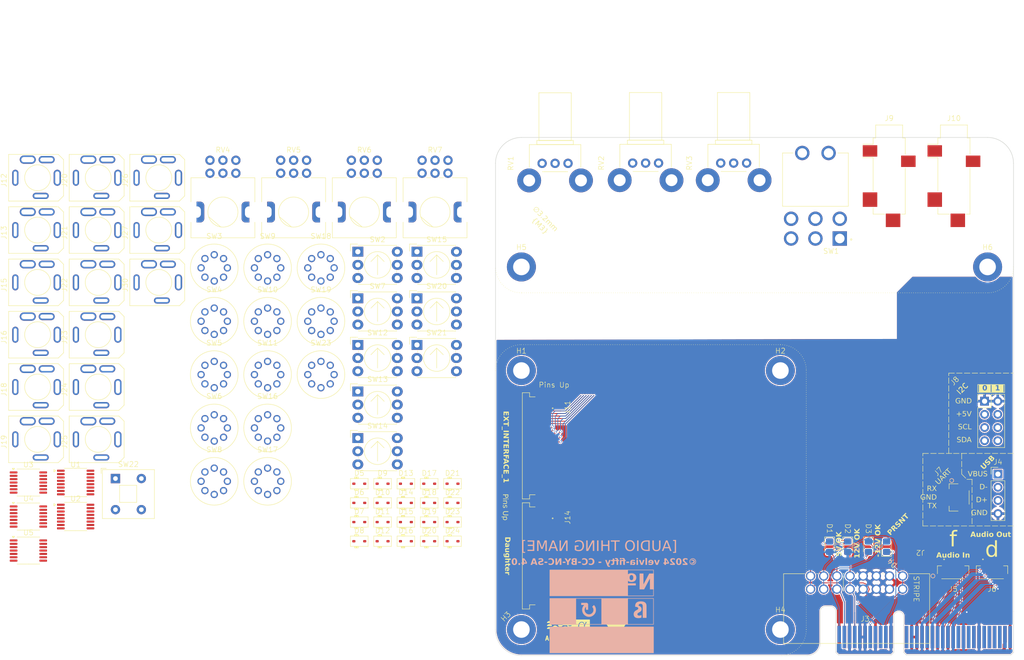
<source format=kicad_pcb>
(kicad_pcb (version 20240108) (generator "pcbnew") (generator_version "8.0")
  (layers (0 "F.Cu" signal) (31 "B.Cu" signal) (34 "B.Paste" user) (35 "F.Paste" user) (36 "B.SilkS" user "B.Silkscreen") (37 "F.SilkS" user "F.Silkscreen") (38 "B.Mask" user) (39 "F.Mask" user) (44 "Edge.Cuts" user))
  (net 0 "")
  (net 1 "GND")
  (net 2 "+5V")
  (net 3 "+12v")
  (net 4 "-12v")
  (net 5 "Net-(D4-K)")
  (net 6 "Net-(D4-A)")
  (net 7 "Net-(D1-K)")
  (net 8 "Net-(D3-A)")
  (net 9 "/Bus/CON_GATE")
  (net 10 "/Bus/CON_CV")
  (net 16 "Net-(J3-PRSNT_A)")
  (net 23 "/Bus/USB_D+")
  (net 24 "Net-(J3-Audio_In_B)")
  (net 25 "Net-(J3-Audio_Out_D)")
  (net 26 "Net-(J3-Audio_In_D)")
  (net 27 "Net-(J3-Audio_Out_B)")
  (net 28 "Net-(J3-USB_D-)")
  (net 29 "Net-(J3-Audio_Out_A)")
  (net 30 "Net-(J3-Audio_In_A)")
  (net 31 "Net-(J3-Audio_In_C)")
  (net 32 "Net-(J3-USB_5V)")
  (net 33 "Net-(J3-Audio_Out_C)")
  (net 34 "/Bus/I2C1_SDA")
  (net 35 "/Bus/I2C1_SCL")
  (net 36 "Net-(J3-UART_RX)")
  (net 37 "Net-(J3-UART_TX)")
  (net 40 "/Bus/I2C0_SDA")
  (net 42 "/Bus/I2C0_SCL")
  (net 43 "Net-(D2-K)")
  (net 62 "/EXT_JACK_T_5")
  (net 63 "/EXT_JACK_R_8")
  (net 64 "/EXT_JACK_R_7")
  (net 65 "/EXT_JACK_R_2")
  (net 66 "/EXT_JACK_TN_3")
  (net 67 "/EXT_JACK_TN_6")
  (net 68 "/EXT_JACK_TN_1")
  (net 69 "/EXT_JACK_T_6")
  (net 70 "/EXT_JACK_T_2")
  (net 71 "/EXT_JACK_T_4")
  (net 72 "/EXT_JACK_R_5")
  (net 73 "/EXT_JACK_T_7")
  (net 74 "/EXT_JACK_TN_8")
  (net 75 "/EXT_JACK_R_6")
  (net 76 "/EXT_JACK_TN_5")
  (net 77 "/EXT_JACK_TN_4")
  (net 78 "/EXT_JACK_R_4")
  (net 79 "/EXT_JACK_T_3")
  (net 80 "/EXT_JACK_TN_7")
  (net 81 "/EXT_JACK_R_3")
  (net 82 "/EXT_JACK_T_8")
  (net 83 "/EXT_JACK_TN_2")
  (net 84 "/EXT_JACK_R_1")
  (net 85 "/EXT_JACK_T_1")
  (net 86 "/DB PIN 2")
  (net 87 "/DB PIN 26")
  (net 88 "/DB PIN 23")
  (net 89 "/DB PIN 13")
  (net 90 "/DB PIN 16")
  (net 91 "/DB PIN 3")
  (net 92 "/DB PIN 8")
  (net 93 "/DB PIN 19")
  (net 94 "/DB PIN 30")
  (net 95 "/DB PIN 1")
  (net 96 "/DB PIN 20")
  (net 97 "/DB PIN 17")
  (net 98 "/DB PIN 5")
  (net 99 "/DB PIN 12")
  (net 100 "/DB PIN 10")
  (net 101 "/DB PIN 29")
  (net 102 "/DB PIN 14")
  (net 103 "/DB PIN 28")
  (net 104 "/DB PIN 7")
  (net 105 "/DB PIN 21")
  (net 106 "/DB PIN 11")
  (net 107 "/DB PIN 4")
  (net 108 "/DB PIN 27")
  (net 109 "/DB PIN 24")
  (net 110 "/DB PIN 15")
  (net 111 "/DB PIN 22")
  (net 112 "/DB PIN 9")
  (net 113 "/DB PIN 18")
  (net 114 "/DB PIN 25")
  (net 115 "/DB PIN 6")
  (net 118 "Filter 1")
  (net 119 "Net-(D5-K)")
  (net 120 "Filter 2")
  (net 121 "Filter 3")
  (net 122 "Filter 4")
  (net 123 "Net-(D10-K)")
  (net 124 "Net-(D13-K)")
  (net 125 "Net-(D17-K)")
  (net 126 "Net-(D21-K)")
  (net 127 "Amplifier 1")
  (net 128 "Amplifier 2")
  (net 129 "Amplifier 3")
  (net 130 "Amplifier 4")
  (net 131 "/IN 1 TN")
  (net 132 "Net-(J12-PadR)")
  (net 133 "/Assert All Inputs")
  (net 134 "/IN 2 TN")
  (net 135 "Net-(J13-PadR)")
  (net 136 "/IN 3 TN")
  (net 137 "Net-(J15-PadR)")
  (net 138 "Net-(J16-PadR)")
  (net 139 "/IN 4 TN")
  (net 146 "Output 1")
  (net 147 "Net-(J21-PadTN)")
  (net 149 "Channel 1")
  (net 151 "Stereo Channel 1")
  (net 152 "Stereo Channel 2")
  (net 153 "Channel 2")
  (net 156 "Channel 3")
  (net 157 "Stereo Channel 3")
  (net 158 "Channel 4")
  (net 160 "Stereo Channel 4")
  (net 162 "Net-(U2-D2)")
  (net 163 "Net-(U2-D1)")
  (net 164 "Net-(J27-PadT)")
  (net 166 "Net-(J27-PadR)")
  (net 168 "Net-(U1-D1)")
  (net 169 "Net-(U1-D2)")
  (net 178 "Net-(U2-S3)")
  (net 183 "Net-(SW20-PadC)")
  (net 184 "Net-(SW21-PadC)")
  (net 185 "Net-(U1-IN1)")
  (net 186 "Net-(U2-IN1)")
  (net 187 "5v")
  (net 199 "COM")
  (net 200 "LPF OUTPUT")
  (net 206 "Net-(U3-Pad8)")
  (net 207 "Net-(U3-Pad6)")
  (net 208 "Net-(U3-Pad4)")
  (net 209 "Net-(U3-Pad2)")
  (net 211 "Net-(U3-Pad10)")
  (footprint "AT-Footprints:SJ3-3505" (layer "F.Cu") (at 36.3625 73.83)
    (property "Reference" "J15")
    (property "Value" "Input 3")
  )
  (footprint "AT-Footprints:SJ3-3505" (layer "F.Cu") (at 48.0625 73.83)
    (property "Reference" "J22")
    (property "Value" "Mix Out Channel 1")
  )
  (footprint "Button_Switch_THT:Nidec_Copal_SH-7010C" (layer "F.Cu") (at 109.5975 76.905)
    (property "Reference" "SW20")
    (property "Value" "FIlter Route Bypass")
  )
  (footprint "AT-Footprints:RM-SWITCH" (layer "F.Cu") (at 80.7625 81.33)
    (property "Reference" "SW10")
    (property "Value" "Input Handoff L 3")
  )
  (footprint "Button_Switch_THT:SW_Push_2P1T_Toggle_CK_PVA1xxH1xxxxxxV2" (layer "F.Cu") (at 51.3925 111.7)
    (property "Reference" "SW22")
    (property "Value" "Bypass?")
  )
  (footprint "PCM_Diode_SMD_AKL:D_SOD-323" (layer "F.Cu") (at 102.9625 120.1)
    (property "Reference" "D11")
    (property "Value" "1N4148WS" (hide yes))
  )
  (footprint "AT-Footprints:SMD_STEREO_CUI_SJ-3524-SMT_Horizontal" (layer "F.Cu") (at 213.2625 52.05)
    (property "Reference" "J10")
    (property "Value" "Stereo Jack - SMD HZ")
  )
  (footprint "AT-Footprints:RM-SWITCH" (layer "F.Cu") (at 80.7625 101.93)
    (property "Reference" "SW16")
    (property "Value" "Stereo Mix R 1")
  )
  (footprint "AT-Footprints:AMPHENOL_F33B-1A7Q1-E8C08" (layer "F.Cu") (at 220.6125 130.05)
    (property "Reference" "J6")
    (property "Value" "Audio Out")
  )
  (footprint "Button_Switch_THT:Nidec_Copal_SH-7010C" (layer "F.Cu") (at 98.1825 94.895)
    (property "Reference" "SW13")
    (property "Value" "Input Route 4")
  )
  (footprint "AT-Footprints:SJ3-3505" (layer "F.Cu") (at 59.7625 73.83)
    (property "Reference" "J30")
    (property "Value" "Bypass Send/Filter In 1")
  )
  (footprint "Button_Switch_THT:Nidec_Copal_SH-7010C" (layer "F.Cu") (at 109.5975 85.9)
    (property "Reference" "SW21")
    (property "Value" "Amplifier Route Bypass")
  )
  (footprint "Connector_PCBEdge:BUS_PCIexpress_x4" (layer "F.Cu") (at 191.1125 142.3)
    (property "Reference" "J3")
    (property "Value" "~" (hide yes))
    (fp_line (start -0.65 -4.95) (end -0.65 2.95) (stroke (width 0.1)) (layer "Edge.Cuts"))
    (fp_line (start -0.65 2.95) (end -0.15 3.45) (stroke (width 0.1)) (layer "Edge.Cuts"))
    (fp_line (start -0.15 3.45) (end 10.05 3.45) (stroke (width 0.1)) (layer "Edge.Cuts"))
    (fp_line (start 10.55 -4) (end 10.55 2.95) (stroke (width 0.1)) (layer "Edge.Cuts"))
    (fp_line (start 10.55 2.95) (end 10.05 3.45) (stroke (width 0.1)) (layer "Edge.Cuts"))
    (fp_line (start 12.45 -4) (end 12.45 2.95) (stroke (width 0.1)) (layer "Edge.Cuts"))
    (fp_line (start 12.45 2.95) (end 12.95 3.45) (stroke (width 0.1)) (layer "Edge.Cuts"))
    (fp_line (start 12.95 3.45) (end 33.15 3.45) (stroke (width 0.1)) (layer "Edge.Cuts"))
    (fp_line (start 33.65 -4.95) (end 33.65 2.95) (stroke (width 0.1)) (layer "Edge.Cuts"))
    (fp_line (start 33.65 2.95) (end 33.15 3.45) (stroke (width 0.1)) (layer "Edge.Cuts"))
    (fp_arc (start 10.55 -4) (mid 11.5 -4.95) (end 12.45 -4) (stroke (width 0.1)) (layer "Edge.Cuts"))
  )
  (footprint "Symbol:OSHW-Logo2_7.3x6mm_SilkScreen" (layer "F.Cu") (at 148.0431 141.630501)
    (property "Reference" "REF**" (hide yes))
    (property "Value" "OSHW-Logo2_7.3x6mm_SilkScreen" (hide yes))
  )
  (footprint "PCM_Diode_SMD_AKL:D_SOD-323" (layer "F.Cu") (at 102.9625 116.4)
    (property "Reference" "D10")
    (property "Value" "1N4148WS" (hide yes))
  )
  (footprint "AT-Footprints:2hp_Alps_RK09L_Double_Vertical" (layer "F.Cu") (at 85.7875 60.255)
    (property "Reference" "RV5")
    (property "Value" "10k B")
  )
  (footprint "PCM_Diode_SMD_AKL:D_SOD-323" (layer "F.Cu") (at 107.4625 123.8)
    (property "Reference" "D16")
    (property "Value" "1N4148WS" (hide yes))
  )
  (footprint "AT-Footprints:RM-SWITCH" (layer "F.Cu") (at 70.4625 112.23)
    (property "Reference" "SW8")
    (property "Value" "Input Handoff R 3")
  )
  (footprint "AT-Footprints:RM-SWITCH" (layer "F.Cu") (at 70.4625 91.63)
    (property "Reference" "SW5")
    (property "Value" "Input Handoff L 2")
  )
  (footprint "PCM_Diode_SMD_AKL:D_SOD-323" (layer "F.Cu") (at 102.9625 123.8)
    (property "Reference" "D12")
    (property "Value" "1N4148WS" (hide yes))
  )
  (footprint "AT-Footprints:Potentiometer_Bourns_PTV09A-2_Single_Horizontal" (layer "F.Cu") (at 156.2375 50.8 90)
    (property "Reference" "RV2")
    (property "Value" "PTV09 Pot HZ")
  )
  (footprint "AT-Footprints:RM-SWITCH" (layer "F.Cu") (at 91.0625 71.03)
    (property "Reference" "SW18")
    (property "Value" "Stereo Mix R 3")
  )
  (footprint "AT-Footprints:SJ3-3505" (layer "F.Cu") (at 36.3625 53.63)
    (property "Reference" "J12")
    (property "Value" "Input 1")
  )
  (footprint "AT-Footprints:RM-SWITCH" (layer "F.Cu") (at 80.7625 112.23)
    (property "Reference" "SW17")
    (property "Value" "Stereo Mix R 2")
  )
  (footprint "AT-Footprints:2hp_Alps_RK09L_Double_Vertical" (layer "F.Cu") (at 99.4375 60.255)
    (property "Reference" "RV6")
    (property "Value" "10k B")
  )
  (footprint "PCM_Diode_SMD_AKL:D_SOD-323" (layer "F.Cu") (at 111.9625 112.7)
    (property "Reference" "D17")
    (property "Value" "1N4148WS" (hide yes))
  )
  (footprint "PCM_Diode_SMD_AKL:D_SOD-323" (layer "F.Cu") (at 116.4625 120.1)
    (property "Reference" "D23")
    (property "Value" "1N4148WS" (hide yes))
  )
  (footprint "PCM_Diode_SMD_AKL:D_SOD-323" (layer "F.Cu") (at 107.4625 116.4)
    (property "Reference" "D14")
    (property "Value" "1N4148WS" (hide yes))
  )
  (footprint "PCM_Diode_SMD_AKL:D_SOD-323" (layer "F.Cu") (at 98.4625 123.8)
    (property "Reference" "D8")
    (property "Value" "1N4148WS" (hide yes))
  )
  (footprint "AT-Footprints:AMPHENOL_SFV30R-4STE1HLF - FFC - 30 RA" (layer "F.Cu") (at 132.0431 105.380501 -90)
    (property "Reference" "J11")
    (property "Value" "EXT_INTERFACE_1")
  )
  (footprint "AT-Footprints:SJ3-3505" (layer "F.Cu") (at 48.0625 63.73)
    (property "Reference" "J21")
    (property "Value" "Output Bypass 1")
  )
  (footprint "PCM_Diode_SMD_AKL:D_SOD-323" (layer "F.Cu") (at 107.4625 112.7)
    (property "Reference" "D13")
    (property "Value" "1N4148WS" (hide yes))
  )
  (footprint "Button_Switch_THT:Nidec_Copal_SH-7010C" (layer "F.Cu") (at 98.1825 76.905)
    (property "Reference" "SW7")
    (property "Value" "Input Route 2")
  )
  (footprint "LED_SMD:LED_0805_2012Metric_Pad1.15x1.40mm_HandSolder" (layer "F.Cu") (at 189.2625 124.85 -90)
    (property "Reference" "D1")
    (property "Value" "5V OK")
  )
  (footprint "PCM_Diode_SMD_AKL:D_SOD-323" (layer "F.Cu") (at 116.4625 112.7)
    (property "Reference" "D21")
    (property "Value" "1N4148WS" (hide yes))
  )
  (footprint "LED_SMD:LED_0805_2012Metric_Pad1.15x1.40mm_HandSolder" (layer "F.Cu") (at 196.7625 124.85 -90)
    (property "Reference" "D3")
    (property "Value" "-12V OK")
  )
  (footprint "AT-Footprints:SMD_STEREO_CUI_SJ-3524-SMT_Horizontal" (layer "F.Cu") (at 200.7625 52.05)
    (property "Reference" "J9")
    (property "Value" "Stereo Jack - SMD HZ")
  )
  (footprint "LED_SMD:LED_0805_2012Metric_Pad1.15x1.40mm_HandSolder" (layer "F.Cu") (at 200.2625 124.85 90)
    (property "Reference" "D4")
    (property "Value" "PRSNT")
  )
  (footprint "Connector_PinHeader_2.54mm:PinHeader_1x04_P2.54mm_Vertical" (layer "F.Cu") (at 221.7625 110.85)
    (property "Reference" "J4")
    (property "Value" "USB")
  )
  (footprint "AT-Footprints:2hp_Alps_RK09L_Double_Vertical" (layer "F.Cu") (at 72.1375 60.255)
    (property "Reference" "RV4")
    (property "Value" "10k B")
  )
  (footprint "AT-Footprints:SJ3-3505" (layer "F.Cu") (at 48.0625 94.03)
    (property "Reference" "J24")
    (property "Value" "Mix Out Channel 3")
  )
  (footprint "AT-Footprints:SJ3-3505" (layer "F.Cu") (at 48.0625 83.93)
    (property "Reference" "J23")
    (property "Value" "Mix Out Channel 2")
  )
  (footprint "AT-Footprints:2hp_Alps_RK09L_Double_Vertical" (layer "F.Cu") (at 113.0875 60.255)
    (property "Reference" "RV7")
    (property "Value" "10k B")
  )
  (footprint "Button_Switch_THT:Nidec_Copal_SH-7010C" (layer "F.Cu") (at 98.1825 67.91)
    (property "Reference" "SW2")
    (property "Value" "Input Route 1")
  )
  (footprint "MountingHole:MountingHole_3.2mm_M3_DIN965_Pad" (layer "F.Cu") (at 219.7625 70.85)
    (property "Reference" "H6")
    (property "Value" "M3")
  )
  (footprint "MountingHole:MountingHole_3.2mm_M3_DIN965_Pad" (layer "F.Cu") (at 129.7625 90.85)
    (property "Reference" "H1")
    (property "Value" "M3")
  )
  (footprint "PCM_Diode_SMD_AKL:D_SOD-323" (layer "F.Cu") (at 116.4625 123.8)
    (property "Reference" "D24")
    (property "Value" "1N4148WS" (hide yes))
  )
  (footprint "AT-Footprints:SJ3-3505" (layer "F.Cu") (at 36.3625 94.03)
    (property "Reference" "J18")
    (property "Value" "Filter EXT 2")
  )
  (footprint "AT-Footprints:AMPHENOL_SFV30R-4STE1HLF - FFC - 30 RA" (layer "F.Cu") (at 132.0431 126.630501 -90)
    (property "Reference" "J14")
    (property "Value" "Daughter")
  )
  (footprint "AT-Footprints:at-logo" (layer "F.Cu") (at 138.918236 138.580441)
    (property "Reference" "G***" (hide yes))
    (property "Value" "LOGO" (hide yes))
  )
  (footprint "MountingHole:MountingHole_3.2mm_M3_DIN965_Pad" (layer "F.Cu") (at 129.7625 70.85)
    (property "Reference" "H5")
    (property "Value" "M3")
  )
  (footprint "AT-Footprints:RM-SWITCH" (layer "F.Cu") (at 80.7625 91.63)
    (property "Reference" "SW11")
    (property "Value" "Input Handoff L 4")
  )
  (footprint "AT-Footprints:RM-SWITCH" (layer "F.Cu") (at 70.4625 71.03)
    (property "Reference" "SW3")
    (property "Value" "Input Handoff R 1")
  )
  (footprint "AT-Footprints:Potentiometer_Bourns_PTV09A-2_Single_Horizontal" (layer "F.Cu") (at 173.2375 50.8 90)
    (property "Reference" "RV3")
    (property "Value" "PTV09 Pot HZ")
  )
  (footprint "PCM_Diode_SMD_AKL:D_SOD-323" (layer "F.Cu") (at 102.9625 112.7)
    (property "Reference" "D9")
    (property "Value" "1N4148WS" (hide yes))
  )
  (footprint "PCM_Diode_SMD_AKL:D_SOD-323" (layer "F.Cu") (at 98.4625 120.1)
    (property "Reference" "D7")
    (property "Value" "1N4148WS" (hide yes))
  )
  (footprint "PCM_Diode_SMD_AKL:D_SOD-323" (layer "F.Cu") (at 98.4625 116.4)
    (property "Reference" "D6")
    (property "Value" "1N4148WS" (hide yes))
  )
  (footprint "Button_Switch_THT:Nidec_Copal_SH-7010C" (layer "F.Cu") (at 109.5975 67.91)
    (property "Reference" "SW15")
    (property "Value" "Output Mix 1")
  )
  (footprint "AT-Footprints:SJ3-3505" (layer "F.Cu") (at 59.7625 53.63)
    (property "Reference" "J26")
    (property "Value" "Bypass Return/Filter Out 1")
  )
  (footprint "LED_SMD:LED_0805_2012Metric_Pad1.15x1.40mm_HandSolder" (layer "F.Cu") (at 192.7625 124.85 -90)
    (property "Reference" "D2")
    (property "Value" "12V OK")
  )
  (footprint "AT-Footprints:SJ3-3505" (layer "F.Cu") (at 36.3625 63.73)
    (property "Reference" "J13")
    (property "Value" "Input 2")
  )
  (footprint "MountingHole:MountingHole_3.2mm_M3_DIN965_Pad" (layer "F.Cu") (at 129.7625 140.85)
    (property "Reference" "H3")
    (property "Value" "M3")
  )
  (footprint "AT-Footprints:RM-SWITCH" (layer "F.Cu") (at 70.4625 81.33)
    (property "Reference" "SW4")
    (property "Value" "Input Handoff R 2")
  )
  (footprint "AT-Footprints:RM-SWITCH" (layer "F.Cu") (at 91.0625 91.63)
    (property "Reference" "SW23")
    (property "Value" "Control Config")
  )
  (footprint "Button_Switch_THT:Nidec_Copal_SH-7010C" (layer "F.Cu") (at 98.1825 103.89)
    (property "Reference" "SW14")
    (property "Value" "FIlter Route 1")
  )
  (footprint "PCM_Diode_SMD_AKL:D_SOD-323" (layer "F.Cu") (at 111.9625 116.4)
    (property "Reference" "D18")
    (property "Value" "1N4148WS" (hide yes))
  )
  (footprint "AT-Footprints:CONN_BM03B-SRSS-TBLFSN_JST" (layer "F.Cu") (at 214.2625 115.35 90)
    (property "Reference" "J7")
    (property "Value" "UART")
  )
  (footprint "AT-Footprints:RM-SWITCH" (layer "F.Cu") (at 70.4625 101.93)
    (property "Reference" "SW6")
    (property "Value" "Input Handoff L 1")
  )
  (footprint "PCM_Diode_SMD_AKL:D_SOD-323" (layer "F.Cu") (at 111.9625 123.8)
    (property "Reference" "D20")
    (property "Value" "1N4148WS" (hide yes))
  )
  (footprint "AT-Footprints:DPDT Micro SW_1825138-7" (layer "F.Cu") (at 191.224 65.36 180)
    (property "Reference" "SW1")
    (property "Value" "Micro Toggle")
  )
  (footprint "MountingHole:MountingHole_3.2mm_M3_DIN965_Pad" (layer "F.Cu") (at 179.7625 140.85)
    (property "Reference" "H4")
    (property "Value" "M3")
  )
  (footprint "AT-Footprints:RM-SWITCH" (layer "F.Cu") (at 91.0625 81.33)
    (property "Reference" "SW19")
    (property "Value" "Stereo Mix R 4")
  )
  (footprint "Package_SO:TSSOP-16_4.4x5mm_P0.65mm" (layer "F.Cu") (at 43.7025 112.465)
    (property "Reference" "U1")
    (property "Value" "DG403DVZ")
  )
  (footprint "PCM_Diode_SMD_AKL:D_SOD-323" (layer "F.Cu") (at 111.9625 120.1)
    (property "Reference" "D19")
    (property "Value" "1N4148WS" (hide yes))
  )
  (footprint "MountingHole:MountingHole_3.2mm_M3_DIN965_Pad" (layer "F.Cu") (at 179.7625 90.85)
    (property "Reference" "H2")
    (property "Value" "M3")
  )
  (footprint "Package_SO:TSSOP-14_4.4x5mm_P0.65mm" (layer "F.Cu") (at 34.5875 119.035)
    (property "Reference" "U4")
    (property "Value" "CD4066BPW")
  )
  (footprint "AT-Footprints:SJ3-3505" (layer "F.Cu") (at 48.0625 53.63)
    (property "Reference" "J20")
    (property "Value" "Filter EXT 4")
  )
  (footprint "PCM_Diode_SMD_AKL:D_SOD-323" (layer "F.Cu") (at 98.4625 112.7)
    (property "Reference" "D5")
    (property "Value" "1N4148WS" (hide yes))
  )
  (footprint "Package_SO:TSSOP-16_4.4x5mm_P0.65mm" (layer "F.Cu") (at 43.7025 119.035)
    (property "Reference" "U2")
    (property "Value" "DG403DVZ")
  )
  (footprint "AT-Footprints:SJ3-3505" (layer "F.Cu") (at 59.7625 63.73)
    (property "Reference" "J27")
    (property "Value" "Mix^{2}")
  )
  (footprint "Connector_PinHeader_2.54mm:PinHeader_2x04_P2.54mm_Vertical" (layer "F.Cu") (at 219.1825 96.77)
    (property "Reference" "J8")
    (property "Value" "I2C")
  )
  (footprint "Button_Switch_THT:Nidec_Copal_SH-7010C" (layer "F.Cu") (at 98.1825 85.9)
    (property "Reference" "SW12")
    (property "Value" "Input Route 3")
  )
  (footprint "AT-Footprints:Potentiometer_Bourns_PTV09A-2_Single_Horizontal" (layer "F.Cu") (at 138.7625 50.85 90)
    (property "Reference" "RV1")
    (property "Value" "PTV09 Pot HZ")
  )
  (footprint "AT-Footprints:SJ3-3505" (layer "F.Cu") (at 36.3625 83.93)
    (property "Reference" "J16")
    (property "Value" "Input 4")
  )
  (footprint "Package_SO:TSSOP-14_4.4x5mm_P0.65mm" (layer "F.Cu") (at 34.5875 125.6)
    (property "Reference" "U5")
    (property "Value" "CD4066BPW")
  )
  (footprint "AT-Footprints:AMPHENOL_F33B-1A7Q1-E8C08" (layer "F.Cu") (at 213.1125 130.05)
    (property "Reference" "J5")
    (property "Value" "Audio In")
  )
  (footprint "AT-Footprints:EURORACK Right Angle" (layer "F.Cu") (at 203.3625 130.51 180)
    (property "Reference" "J2")
    (property "Value" "OPT EURO")
  )
  (footprint "PCM_Diode_SMD_AKL:D_SOD-323" (layer "F.Cu") (at 116.4625 116.4)
    (property "Reference" "D22")
    (property "Value" "1N4148WS" (hide yes))
  )
  (footprint "AT-Footprints:RM-SWITCH" (layer "F.Cu") (at 80.7625 71.03)
    (property "Reference" "SW9")
    (property "Value" "Input Handoff R 4")
  )
  (footprint "Package_SO:TSSOP-14_4.4x5mm_P0.65mm" (layer "F.Cu") (at 34.5875 112.47)
    (property "Reference" "U3")
    (property "Value" "40106")
  )
  (footprint "AT-Footprints:SJ3-3505" (layer "F.Cu") (at 48.0625 104.13)
    (property "Reference" "J25")
    (property "Value" "Mix Out Channel 4")
  )
  (footprint "PCM_Diode_SMD_AKL:D_SOD-323" (layer "F.Cu") (at 107.4625 120.1)
    (property "Reference" "D15")
    (property "Value" "1N4148WS" (hide yes))
  )
  (footprint "AT-Footprints:SJ3-3505" (layer "F.Cu") (at 36.3625 104.13)
    (property "Reference" "J19")
    (property "Value" "Filter EXT 3")
  )
  (footprint "Resistor_SMD:R_0805_2012Metric_Pad1.20x1.40mm_HandSolder" (layer "B.Cu") (at 200.2625 124.85 -90)
    (property "Reference" "R4")
    (property "Value" "150")
  )
  (footprint "Resistor_SMD:R_0805_2012Metric_Pad1.20x1.40mm_HandSolder" (layer "B.Cu") (at 189.2625 124.85 90)
    (property "Reference" "R1")
    (property "Value" "150")
  )
  (footprint "Resistor_SMD:R_0805_2012Metric_Pad1.20x1.40mm_HandSolder" (layer "B.Cu") (at 196.7625 124.85 90)
    (property "Reference" "R3")
    (property "Value" "500")
  )
  (footprint "Resistor_SMD:R_0805_2012Metric_Pad1.20x1.40mm_HandSolder" (layer "B.Cu") (at 192.7625 124.85 90)
    (property "Reference" "R2")
    (property "Value" "500")
  )
  (gr_rect (start 135.2625 134.85) (end 140.2625 139.85) (stroke (width 0.1)) (fill solid) (layer "B.SilkS"))
  (gr_poly (pts (xy 150.2625 129.35) (xy 155.2625 129.35) (xy 155.2625 134.35) (xy 150.2625 134.350001)) (stroke (width 0.1)) (fill none) (layer "B.SilkS"))
  (gr_rect (start 140.2625 134.85) (end 145.2625 139.85) (stroke (width 0.1)) (fill none) (layer "B.SilkS"))
  (gr_rect (start 150.2625 134.85) (end 155.2625 139.85) (stroke (width 0.1)) (fill none) (layer "B.SilkS"))
  (gr_poly (pts (xy 135.2625 129.35) (xy 150.2625 129.35) (xy 150.2625 134.350001) (xy 135.2625 134.35)) (stroke (width 0.1)) (fill solid) (layer "B.SilkS"))
  (gr_rect (start 145.2625 134.85) (end 150.2625 139.85) (stroke (width 0.1)) (fill solid) (layer "B.SilkS"))
  (gr_rect (start 135.2625 140.35) (end 155.2625 145.35) (stroke (width 0.1)) (fill solid) (layer "B.SilkS"))
  (gr_arc (start 179.7625 85.85) (mid 183.298034 87.314466) (end 184.7625 90.85) (stroke (width 0.1) (type dot)) (layer "F.SilkS"))
  (gr_line (start 219.7625 75.85) (end 129.7625 75.85) (stroke (width 0.1) (type dot)) (layer "F.SilkS"))
  (gr_line (start 215.7625 111.85) (end 216.7625 111.85) (stroke (width 0.1) (type dash)) (layer "F.SilkS"))
  (gr_arc (start 224.7625 70.85) (mid 223.298034 74.385534) (end 219.7625 75.85) (stroke (width 0.1) (type dot)) (layer "F.SilkS"))
  (gr_line (start 207.2625 106.85) (end 212.9191 106.85) (stroke (width 0.1) (type dash)) (layer "F.SilkS"))
  (gr_line (start 214.7625 106.85) (end 214.7625 110.85) (stroke (width 0.1) (type dash)) (layer "F.SilkS"))
  (gr_line (start 179.7625 85.85) (end 129.7625 85.85) (stroke (width 0.1) (type dot)) (layer "F.SilkS"))
  (gr_line (start 212.2625 91.35) (end 224.7625 91.35) (stroke (width 0.1) (type dash)) (layer "F.SilkS"))
  (gr_line (start 212.2625 106.85) (end 212.2625 91.35) (stroke (width 0.1) (type dash)) (layer "F.SilkS"))
  (gr_line (start 216.7625 111.85) (end 216.7625 120.85) (stroke (width 0.1) (type dash)) (layer "F.SilkS"))
  (gr_arc (start 124.7625 90.85) (mid 126.226966 87.314466) (end 129.7625 85.85) (stroke (width 0.1) (type dot)) (layer "F.SilkS"))
  (gr_line (start 214.7625 110.85) (end 215.7625 111.85) (stroke (width 0.1) (type dash)) (layer "F.SilkS"))
  (gr_arc (start 129.7625 75.85) (mid 126.226966 74.385534) (end 124.7625 70.85) (stroke (width 0.1) (type dot)) (layer "F.SilkS"))
  (gr_arc (start 184.7625 140.85) (mid 183.298034 144.385534) (end 179.7625 145.85) (stroke (width 0.1) (type dot)) (layer "F.SilkS"))
  (gr_line (start 184.7625 90.85) (end 184.7625 140.85) (stroke (width 0.1) (type dot)) (layer "F.SilkS"))
  (gr_line (start 224.7625 106.85) (end 212.9191 106.85) (stroke (width 0.1) (type dash)) (layer "F.SilkS"))
  (gr_line (start 224.7625 120.85) (end 207.2625 120.85) (stroke (width 0.1) (type dash)) (layer "F.SilkS"))
  (gr_line (start 207.2625 120.85) (end 207.2625 106.85) (stroke (width 0.1) (type dash)) (layer "F.SilkS"))
  (gr_line (start 184.9625 145.85) (end 129.7625 145.85) (stroke (width 0.1)) (layer "Edge.Cuts"))
  (gr_line (start 188.4625 136.35) (end 189.4625 136.35) (stroke (width 0.1)) (layer "Edge.Cuts"))
  (gr_line (start 219.7625 45.85) (end 129.7625 45.85) (stroke (width 0.1)) (layer "Edge.Cuts"))
  (gr_line (start 224.7625 137.35) (end 224.7625 50.85) (stroke (width 0.1)) (layer "Edge.Cuts"))
  (gr_arc (start 187.4625 143.35) (mid 186.730267 145.117767) (end 184.9625 145.85) (stroke (width 0.1)) (layer "Edge.Cuts"))
  (gr_line (start 124.7625 140.85) (end 124.7625 50.85) (stroke (width 0.1)) (layer "Edge.Cuts"))
  (gr_arc (start 189.4625 136.35) (mid 190.169607 136.642893) (end 190.4625 137.35) (stroke (width 0.1)) (layer "Edge.Cuts"))
  (gr_arc (start 219.7625 45.85) (mid 223.298034 47.314466) (end 224.7625 50.85) (stroke (width 0.1)) (layer "Edge.Cuts"))
  (gr_arc (start 124.7625 50.85) (mid 126.226966 47.314466) (end 129.7625 45.85) (stroke (width 0.1)) (layer "Edge.Cuts"))
  (gr_arc (start 129.7625 145.85) (mid 126.226966 144.385534) (end 124.7625 140.85) (stroke (width 0.1)) (layer "Edge.Cuts"))
  (gr_line (start 187.4625 143.35) (end 187.4625 137.35) (stroke (width 0.1)) (layer "Edge.Cuts"))
  (gr_arc (start 187.4625 137.35) (mid 187.755393 136.642893) (end 188.4625 136.35) (stroke (width 0.1)) (layer "Edge.Cuts"))
  (gr_text "Nº" (at 152.7625 131.85 0) (layer "B.SilkS") (effects (font (size 3 3) (thickness 0.3) (bold yes)) (justify mirror)))
  (gr_text "\n\n" (at 153.7625 135.85 0) (layer "B.SilkS") (effects (font (size 1 1) (thickness 0.1)) (justify left bottom mirror)))
  (gr_text "©2024 velvia-fifty - CC-BY-NC-SA 4.0" (at 145.7625 127.85 0) (layer "B.SilkS") (effects (font (size 1.25 1.25) (thickness 0.25) (bold yes)) (justify mirror)))
  (gr_text "↺" (at 142.7625 137.35 0) (layer "B.SilkS") (effects (font (size 3 3) (thickness 0.3) (bold yes)) (justify mirror)))
  (gr_text "ß" (at 152.7625 137.35 0) (layer "B.SilkS") (effects (font (size 3 3) (thickness 0.3) (bold yes)) (justify mirror)))
  (gr_text "[AUDIO THING NAME]" (at 144.7625 124.85 0) (layer "B.SilkS") (effects (font (size 2 2) (thickness 0.1)) (justify mirror)))
  (gr_text "D-" (at 219.7625 113.35 0) (layer "F.SilkS") (effects (font (size 1 1) (thickness 0.1)) (justify right)))
  (gr_text "| 0 | 1 |" (at 220.4525 94.27 0) (layer "F.SilkS" knockout) (effects (font (size 1 1) (thickness 0.2) (bold yes))))
  (gr_text "GND" (at 219.7625 118.35 0) (layer "F.SilkS") (effects (font (size 1 1) (thickness 0.1)) (justify right)))
  (gr_text "SDA" (at 216.6825 104.27 0) (layer "F.SilkS") (effects (font (size 1 1) (thickness 0.1)) (justify right)))
  (gr_text "GND" (at 209.9591 115.35 0) (layer "F.SilkS") (effects (font (size 1 1) (thickness 0.1)) (justify right)))
  (gr_text "VBUS" (at 219.7625 110.85 0) (layer "F.SilkS") (effects (font (size 1 1) (thickness 0.1)) (justify right)))
  (gr_text "RX" (at 209.9591 113.687059 0) (layer "F.SilkS") (effects (font (size 1 1) (thickness 0.1)) (justify right)))
  (gr_text "SCL" (at 216.6825 101.77 0) (layer "F.SilkS") (effects (font (size 1 1) (thickness 0.1)) (justify right)))
  (gr_text "∅3.2mm \n{M3}" (at 133.9191 62.35 315) (layer "F.SilkS") (effects (font (size 1 1) (thickness 0.1875))))
  (gr_text "+5V" (at 216.6825 99.27 0) (layer "F.SilkS") (effects (font (size 1 1) (thickness 0.1)) (justify right)))
  (gr_text "TX" (at 209.9591 117.012941 0) (layer "F.SilkS") (effects (font (size 1 1) (thickness 0.1)) (justify right)))
  (gr_text "d" (at 220.6125 125.55 0) (layer "F.SilkS") (effects (font (size 3 3) (thickness 0.1875))))
  (gr_text "GND" (at 216.7225 96.77 0) (layer "F.SilkS") (effects (font (size 1 1) (thickness 0.1)) (justify right)))
  (gr_text "f" (at 213.1125 123.55 0) (layer "F.SilkS") (effects (font (size 3 3) (thickness 0.1875))))
  (gr_text "D+" (at 219.7625 115.85 0) (layer "F.SilkS") (effects (font (size 1 1) (thickness 0.1)) (justify right)))
  (segment (start 214.362 124.11) (end 210.138 119.886) (width 0.1524) (layer "F.Cu") (net 1))
  (segment (start 206.112 142.3) (end 206.112 140.058) (width 0.1524) (layer "F.Cu") (net 1))
  (segment (start 134.7431 105.630001) (end 134.6931 105.63) (width 0.1524) (layer "F.Cu") (net 1))
  (segment (start 179.569 122) (end 170.419 112.85) (width 0.1524) (layer "F.Cu") (net 1))
  (segment (start 220.362 128.3) (end 220.362 129.35) (width 0.1524) (layer "F.Cu") (net 1))
  (segment (start 210.914 130.863) (end 211.124 130.47) (width 0.1524) (layer "F.Cu") (net 1))
  (segment (start 208.269 139.053) (end 208.734 137.522) (width 0.1524) (layer "F.Cu") (net 1))
  (segment (start 213.554 137.982) (end 213.924 136.763) (width 0.1524) (layer "F.Cu") (net 1))
  (segment (start 134.932101 101.63) (end 133.9541 101.63) (width 0.1524) (layer "F.Cu") (net 1))
  (segment (start 215.582 120.825) (end 211.405 116.648) (width 0.1524) (layer "F.Cu") (net 1))
  (segment (start 213.362 129.248) (end 213.362 129.059) (width 0.1524) (layer "F.Cu") (net 1))
  (segment (start 214.362 128.98) (end 214.362 128.406) (width 0.1524) (layer "F.Cu") (net 1))
  (segment (start 133.9541 101.63) (end 133.9241 101.599999) (width 0.1524) (layer "F.Cu") (net 1))
  (segment (start 218.058 122.795) (end 215.554 122.795) (width 0.1524) (layer "F.Cu") (net 1))
  (segment (start 215.554 122.795) (end 210.883 118.124) (width 0.1524) (layer "F.Cu") (net 1))
  (segment (start 207.211 135.941) (end 208.81 133.547) (width 0.1524) (layer "F.Cu") (net 1))
  (segment (start 220.362 129.35) (end 220.362 128.3) (width 0.1524) (layer "F.Cu") (net 1))
  (segment (start 215.761 122) (end 211.18 117.419) (width 0.1524) (layer "F.Cu") (net 1))
  (segment (start 211.899 131.867) (end 212.245 130.724) (width 0.1524) (layer "F.Cu") (net 1))
  (segment (start 209.262 122) (end 179.569 122) (width 0.1524) (layer "F.Cu") (net 1))
  (segment (start 210.138 119.886) (end 180.455 119.886) (width 0.1524) (layer "F.Cu") (net 1))
  (segment (start 211.253 130.043) (end 211.343 129.594) (width 0.1524) (layer "F.Cu") (net 1))
  (segment (start 210.112 142.11) (end 210.112 142.148) (width 0.1524) (layer "F.Cu") (net 1))
  (segment (start 213.45 138.233) (end 213.554 137.982) (width 0.1524) (layer "F.Cu") (net 1))
  (segment (start 211.028 133.544) (end 211.809 132.082) (width 0.1524) (layer "F.Cu") (net 1))
  (segment (start 190.449 118.124) (end 187.01 114.684) (width 0.1524) (layer "F.Cu") (net 1))
  (segment (start 214.362 128.385) (end 214.362 124.11) (width 0.1524) (layer "F.Cu") (net 1))
  (segment (start 190.741 117.419) (end 187.714 114.392) (width 0.1524) (layer "F.Cu") (net 1))
  (segment (start 214.08 135.978) (end 214.361 133.124) (width 0.1524) (layer "F.Cu") (net 1))
  (segment (start 210.112 141.466) (end 210.127 141.315) (width 0.1524) (layer "F.Cu") (net 1))
  (segment (start 179.864 121.295) (end 170.419 111.85) (width 0.1524) (layer "F.Cu") (net 1))
  (segment (start 212.362 129.983) (end 212.362 128.624) (width 0.1524) (layer "F.Cu") (net 1))
  (segment (start 220.362 129.35) (end 220.362 130.115) (width 0.1524) (layer "F.Cu") (net 1))
  (segment (start 212.362 128.624) (end 212.362 128.623) (width 0.1524) (layer "F.Cu") (net 1))
  (segment (start 210.17 141.098) (end 210.342 140.531) (width 0.1524) (layer "F.Cu") (net 1))
  (segment (start 212.112 142.3) (end 212.112 141.618) (width 0.1524) (layer "F.Cu") (net 1))
  (segment (start 212.362 124.103) (end 209.554 121.295) (width 0.1524) (layer "F.Cu") (net 1))
  (segment (start 208.734 137.522) (end 208.953 136.993) (width 0.1524) (layer "F.Cu") (net 1))
  (segment (start 213.362 132.472) (end 213.362 129.248) (width 0.1524) (layer "F.Cu") (net 1))
  (segment (start 212.245 130.724) (end 212.332 130.286) (width 0.1524) (layer "F.Cu") (net 1))
  (segment (start 134.1981 98.130001) (end 134.4431 98.130001) (width 0.1524) (layer "F.Cu") (net 1))
  (segment (start 134.7491 105.130001) (end 134.7181 105.130001) (width 0.1524) (layer "F.Cu") (net 1))
  (segment (start 211.362 128.55) (end 211.362 128.5) (width 0.1524) (layer "F.Cu") (net 1))
  (segment (start 206.258 138.578) (end 206.387 137.927) (width 0.1524) (layer "F.Cu") (net 1))
  (segment (start 134.1371 98.13) (end 134.1981 98.130001) (width 0.1524) (layer "F.Cu") (net 1))
  (segment (start 219.362 128.3) (end 219.362 125.1) (width 0.1524) (layer "F.Cu") (net 1))
  (segment (start 187.01 114.684) (end 187.01 107.44) (width 0.1524) (layer "F.Cu") (net 1))
  (segment (start 133.9241 101.599999) (end 133.7311 101.6) (width 0.1524) (layer "F.Cu") (net 1))
  (segment (start 216.408 121.295) (end 215.938 120.825) (width 0.1524) (layer "F.Cu") (net 1))
  (segment (start 211.18 117.419) (end 190.741 117.419) (width 0.1524) (layer "F.Cu") (net 1))
  (segment (start 220.289 125.026) (end 218.058 122.795) (width 0.1524) (layer "F.Cu") (net 1))
  (segment (start 213.362 124.107) (end 209.846 120.59) (width 0.1524) (layer "F.Cu") (net 1))
  (segment (start 222.362 125.1) (end 218.558 121.295) (width 0.1524) (layer "F.Cu") (net 1))
  (segment (start 134.4431 112.63) (end 134.9321 112.63) (width 0.1524) (layer "F.Cu") (net 1))
  (segment (start 212.362 128.623) (end 212.362 128.606) (width 0.1524) (layer "F.Cu") (net 1))
  (segment (start 219.362 128.85) (end 219.362 128.3) (width 0.1524) (layer "F.Cu") (net 1))
  (segment (start 222.362 128.3) (end 222.362 129.3) (width 0.1524) (layer "F.Cu") (net 1))
  (segment (start 134.1371 98.13) (end 134.1981 98.130001) (width 0.1524) (layer "F.Cu") (net 1))
  (segment (start 134.6931 105.63) (end 134.6431 105.63) (width 0.1524) (layer "F.Cu") (net 1))
  (segment (start 219.362 128.85) (end 219.362 129.4) (width 0.1524) (layer "F.Cu") (net 1))
  (segment (start 211.405 116.648) (end 190.967 116.648) (width 0.1524) (layer "F.Cu") (net 1))
  (segment (start 187.01 107.44) (end 186.419 106.85) (width 0.1524) (layer "F.Cu") (net 1))
  (segment (start 209.646 132.528) (end 210.483 131.508) (width 0.1524) (layer "F.Cu") (net 1))
  (segment (start 211.362 128.55) (end 211.362 128.5) (width 0.1524) (layer "F.Cu") (net 1))
  (segment (start 188.419 114.1) (end 188.419 108.1) (width 0.1524) (layer "F.Cu") (net 1))
  (segment (start 219.362 125.1) (end 217.762 123.5) (width 0.1524) (layer "F.Cu") (net 1))
  (segment (start 212.985 134.748) (end 213.288 133.223) (width 0.1524) (layer "F.Cu") (net 1))
  (segment (start 215.738 137.49) (end 217.272 137.49) (width 0.1524) (layer "F.Cu") (net 1))
  (segment (start 186.305 114.976) (end 186.305 108.236) (width 0.1524) (layer "F.Cu") (net 1))
  (segment (start 212.758 139.529) (end 213.45 138.233) (width 0.1524) (layer "F.Cu") (net 1))
  (segment (start 134.7181 105.130001) (end 134.688101 105.130001) (width 0.1524) (layer "F.Cu") (net 1))
  (segment (start 208.112 140.764) (end 208.112 141.071) (width 0.1524) (layer "F.Cu") (net 1))
  (segment (start 209.846 120.59) (end 180.16 120.59) (width 0.1524) (layer "F.Cu") (net 1))
  (segment (start 212.332 130.286) (end 212.362 129.983) (width 0.1524) (layer "F.Cu") (net 1))
  (segment (start 211.406 138.561) (end 212.384 136.732) (width 0.1524) (layer "F.Cu") (net 1))
  (segment (start 212.384 136.732) (end 212.985 134.748) (width 0.1524) (layer "F.Cu") (net 1))
  (segment (start 134.7491 105.130001) (end 134.7181 105.130001) (width 0.1524) (layer "F.Cu") (net 1))
  (segment (start 210.342 140.531) (end 210.491 140.17) (width 0.1524) (layer "F.Cu") (net 1))
  (segment (start 212.156 141.167) (end 212.17 141.098) (width 0.1524) (layer "F.Cu") (net 1))
  (segment (start 222.362 128.3) (end 222.362 125.1) (width 0.1524) (layer "F.Cu") (net 1))
  (segment (start 214.361 128.982) (end 214.362 128.98) (width 0.1524) (layer "F.Cu") (net 1))
  (segment (start 211.343 129.594) (end 211.362 129.396) (width 0.1524) (layer "F.Cu") (net 1))
  (segment (start 221.362 125.1) (end 218.262 122) (width 0.1524) (layer "F.Cu") (net 1))
  (segment (start 210.491 140.17) (end 211.137 138.963) (width 0.1524) (layer "F.Cu") (net 1))
  (segment (start 134.6431 105.63) (end 134.4431 105.630001) (width 0.1524) (layer "F.Cu") (net 1))
  (segment (start 208.81 133.547) (end 209.646 132.528) (width 0.1524) (layer "F.Cu") (net 1))
  (segment (start 180.455 119.886) (end 170.419 109.85) (width 0.1524) (layer "F.Cu") (net 1))
  (segment (start 210.483 131.508) (end 210.914 130.863) (width 0.1524) (layer "F.Cu") (net 1))
  (segment (start 220.289 130.189) (end 220.289 125.026) (width 0.1524) (layer "F.Cu") (net 1))
  (segment (start 210.591 118.828) (end 190.157 118.828) (width 0.1524) (layer "F.Cu") (net 1))
  (segment (start 133.709101 98.130001) (end 134.1371 98.13) (width 0.1524) (layer "F.Cu") (net 1))
  (segment (start 208.953 136.993) (end 209.867 135.282) (width 0.1524) (layer "F.Cu") (net 1))
  (segment (start 210.112 142.148) (end 210.112 142.11) (width 0.1524) (layer "F.Cu") (net 1))
  (segment (start 221.362 131.4) (end 220.762 132) (width 0.1524) (layer "F.Cu") (net 1))
  (segment (start 213.362 129.248) (end 213.362 129.059) (width 0.1524) (layer "F.Cu") (net 1))
  (segment (start 211.137 138.963) (end 211.406 138.561) (width 0.1524) (layer "F.Cu") (net 1))
  (segment (start 212.362 128.624) (end 212.362 128.623) (width 0.1524) (layer "F.Cu") (net 1))
  (segment (start 220.362 130.115) (end 220.289 130.189) (width 0.1524) (layer "F.Cu") (net 1))
  (segment (start 134.6931 105.63) (end 134.6431 105.63) (width 0.1524) (layer "F.Cu") (net 1))
  (segment (start 211.362 128.5) (end 211.362 124.1) (width 0.1524) (layer "F.Cu") (net 1))
  (segment (start 218.558 121.295) (end 216.408 121.295) (width 0.1524) (layer "F.Cu") (net 1))
  (segment (start 208.112 140.764) (end 208.112 141.071) (width 0.1524) (layer "F.Cu") (net 1))
  (segment (start 212.362 128.623) (end 212.362 128.606) (width 0.1524) (layer "F.Cu") (net 1))
  (segment (start 190.157 118.828) (end 186.305 114.976) (width 0.1524) (layer "F.Cu") (net 1))
  (segment (start 186.305 108.236) (end 185.624 107.555) (width 0.1524) (layer "F.Cu") (net 1))
  (segment (start 221.362 128.3) (end 221.362 129.85) (width 0.1524) (layer "F.Cu") (net 1))
  (segment (start 208.112 140.456) (end 208.232 139.239) (width 0.1524) (layer "F.Cu") (net 1))
  (segment (start 220.362 128.3) (end 220.362 129.35) (width 0.1524) (layer "F.Cu") (net 1))
  (segment (start 212.362 128.606) (end 212.362 124.103) (width 0.1524) (layer "F.Cu") (net 1))
  (segment (start 221.362 129.85) (end 221.362 128.3) (width 0.1524) (layer "F.Cu") (net 1))
  (segment (start 217.762 123.5) (end 215.262 123.5) (width 0.1524) (layer "F.Cu") (net 1))
  (segment (start 220.362 129.35) (end 220.362 130.115) (width 0.1524) (layer "F.Cu") (net 1))
  (segment (start 219.362 129.4) (end 218.762 130) (width 0.1524) (layer "F.Cu") (net 1))
  (segment (start 218.262 122) (end 215.761 122) (width 0.1524) (layer "F.Cu") (net 1))
  (segment (start 206.701 136.894) (end 207.211 135.941) (width 0.1524) (layer "F.Cu") (net 1))
  (segment (start 221.362 128.3) (end 221.362 125.1) (width 0.1524) (layer "F.Cu") (net 1))
  (segment (start 210.95 133.662) (end 211.028 133.544) (width 0.1524) (layer "F.Cu") (net 1))
  (segment (start 206.387 137.927) (end 206.701 136.894) (width 0.1524) (layer "F.Cu") (net 1))
  (segment (start 190.967 116.648) (end 188.419 114.1) (width 0.1524) (layer "F.Cu") (net 1))
  (segment (start 213.288 133.223) (end 213.362 132.472) (width 0.1524) (layer "F.Cu") (net 1))
  (segment (start 214.361 133.124) (end 214.361 128.982) (width 0.1524) (layer "F.Cu") (net 1))
  (segment (start 211.809 132.082) (end 211.899 131.867) (width 0.1524) (layer "F.Cu") (net 1))
  (segment (start 214.362 128.406) (end 214.362 128.385) (width 0.1524) (layer "F.Cu") (net 1))
  (segment (start 210.127 141.315) (end 210.17 141.098) (width 0.1524) (layer "F.Cu") (net 1))
  (segment (start 209.554 121.295) (end 179.864 121.295) (width 0.1524) (layer "F.Cu") (net 1))
  (segment (start 212.112 141.618) (end 212.156 141.167) (width 0.1524) (layer "F.Cu") (net 1))
  (segment (start 208.112 140.764) (end 208.112 140.456) (width 0.1524) (layer "F.Cu") (net 1))
  (segment (start 220.362 130.115) (end 220.362 130.4) (width 0.1524) (layer "F.Cu") (net 1))
  (segment (start 134.7181 105.130001) (end 134.688101 105.130001) (width 0.1524) (layer "F.Cu") (net 1))
  (segment (start 215.938 120.825) (end 215.582 120.825) (width 0.1524) (layer "F.Cu") (net 1))
  (segment (start 214.362 128.406) (end 214.362 128.385) (width 0.1524) (layer "F.Cu") (net 1))
  (segment (start 210.112 142.148) (end 210.112 142.3) (width 0.1524) (layer "F.Cu") (net 1))
  (segment (start 222.362 129.3) (end 222.362 132.4) (width 0.1524) (layer "F.Cu") (net 1))
  (segment (start 208.112 141.071) (end 208.112 142.3) (width 0.1524) (layer "F.Cu") (net 1))
  (segment (start 209.867 135.282) (end 210.95 133.662) (width 0.1524) (layer "F.Cu") (net 1))
  (segment (start 210.112 142.11) (end 210.112 141.466) (width 0.1524) (layer "F.Cu") (net 1))
  (segment (start 215.262 123.5) (end 210.591 118.828) (width 0.1524) (layer "F.Cu") (net 1))
  (segment (start 217.272 137.49) (end 221.762 133) (width 0.1524) (layer "F.Cu") (net 1))
  (segment (start 222.362 132.4) (end 221.762 133) (width 0.1524) (layer "F.Cu") (net 1))
  (segment (start 134.688101 105.130001) (end 134.4431 105.13) (width 0.1524) (layer "F.Cu") (net 1))
  (segment (start 213.362 129.059) (end 213.362 124.107) (width 0.1524) (layer "F.Cu") (net 1))
  (segment (start 220.362 130.4) (end 219.762 131) (width 0.1524) (layer "F.Cu") (net 1))
  (segment (start 212.342 140.531) (end 212.758 139.529) (width 0.1524) (layer "F.Cu") (net 1))
  (segment (start 210.883 118.124) (end 190.449 118.124) (width 0.1524) (layer "F.Cu") (net 1))
  (segment (start 211.124 130.47) (end 211.253 130.043) (width 0.1524) (layer "F.Cu") (net 1))
  (segment (start 211.362 129.396) (end 211.362 128.55) (width 0.1524) (layer "F.Cu") (net 1))
  (segment (start 222.362 129.3) (end 222.362 128.3) (width 0.1524) (layer "F.Cu") (net 1))
  (segment (start 134.8451 105.13) (end 134.7491 105.130001) (width 0.1524) (layer "F.Cu") (net 1))
  (segment (start 213.924 136.763) (end 214.08 135.978) (width 0.1524) (layer "F.Cu") (net 1))
  (segment (start 208.232 139.239) (end 208.269 139.053) (width 0.1524) (layer "F.Cu") (net 1))
  (segment (start 219.362 128.3) (end 219.362 128.85) (width 0.1524) (layer "F.Cu") (net 1))
  (segment (start 221.362 129.85) (end 221.362 131.4) (width 0.1524) (layer "F.Cu") (net 1))
  (segment (start 187.714 114.392) (end 187.714 107.645) (width 0.1524) (layer "F.Cu") (net 1))
  (segment (start 212.17 141.098) (end 212.342 140.531) (width 0.1524) (layer "F.Cu") (net 1))
  (segment (start 206.112 140.058) (end 206.258 138.578) (width 0.1524) (layer "F.Cu") (net 1))
  (segment (start 211.362 124.1) (end 209.262 122) (width 0.1524) (layer "F.Cu") (net 1))
  (segment (start 180.16 120.59) (end 170.419 110.85) (width 0.1524) (layer "F.Cu") (net 1))
  (via (at 220.762 132) (size 0.46) (drill 0.3) (layers "F.Cu" "B.Cu") (net 1))
  (via (at 219.762 131) (size 0.46) (drill 0.3) (layers "F.Cu" "B.Cu") (net 1))
  (via (at 221.762 133) (size 0.46) (drill 0.3) (layers "F.Cu" "B.Cu") (net 1))
  (via (at 218.762 130) (size 0.46) (drill 0.3) (layers "F.Cu" "B.Cu") (net 1))
  (via (at 215.738 137.49) (size 0.46) (drill 0.3) (layers "F.Cu" "B.Cu") (net 1))
  (segment (start 220.657 132.105) (end 220.762 132) (width 0.1524) (layer "B.Cu") (net 1))
  (segment (start 219.465 131.297) (end 219.762 131) (width 0.1524) (layer "B.Cu") (net 1))
  (segment (start 192.762 128.078) (end 192.762 125.85) (width 0.1524) (layer "B.Cu") (net 1))
  (segment (start 213.112 142.3) (end 213.112 139.872) (width 0.1524) (layer "B.Cu") (net 1))
  (segment (start 211.112 142.3) (end 211.112 139.872) (width 0.1524) (layer "B.Cu") (net 1))
  (segment (start 213.356 139.872) (end 215.738 137.49) (width 0.1524) (layer "B.Cu") (net 1))
  (segment (start 209.112 142.3) (end 209.112 139.872) (width 0.1524) (layer "B.Cu") (net 1))
  (segment (start 211.112 139.872) (end 218.879 132.105) (width 0.1524) (layer "B.Cu") (net 1))
  (segment (start 216.913 130.072) (end 218.69 130.072) (width 0.1524) (layer "B.Cu") (net 1))
  (segment (start 217.688 131.297) (end 219.465 131.297) (width 0.1524) (layer "B.Cu") (net 1))
  (segment (start 213.112 139.872) (end 213.356 139.872) (width 0.1524) (layer "B.Cu") (net 1))
  (segment (start 218.69 130.072) (end 218.762 130) (width 0.1524) (layer "B.Cu") (net 1))
  (segment (start 207.112 142.3) (end 207.112 139.872) (width 0.1524) (layer "B.Cu") (net 1))
  (segment (start 218.879 132.105) (end 220.657 132.105) (width 0.1524) (layer "B.Cu") (net 1))
  (segment (start 207.112 139.872) (end 216.913 130.072) (width 0.1524) (layer "B.Cu") (net 1))
  (segment (start 209.112 139.872) (end 217.688 131.297) (width 0.1524) (layer "B.Cu") (net 1))
  (segment (start 191.025 133.412) (end 191.388 133.775) (width 0.1524) (layer "F.Cu") (net 2))
  (segment (start 192.1125 142.3) (end 192.1125 139.2705) (width 0.1524) (layer "F.Cu") (net 2))
  (segment (start 191.0245 133.412) (end 190.6625 133.05) (width 0.1524) (layer "F.Cu") (net 2))
  (segment (start 190.662 128.265) (end 190.662 128.8265) (width 0.1524) (layer "F.Cu") (net 2))
  (segment (start 189.7 125.438) (end 190.755 125.001) (width 0.1524) (layer "F.Cu") (net 2))
  (segment (start 189.962 126.575) (end 190.662 128.265) (width 0.1524) (layer "F.Cu") (net 2))
  (segment (start 192.1125 139.2705) (end 192.112 139.27) (width 0.1524) (layer "F.Cu") (net 2))
  (segment (start 189.262 125.875) (end 189.2625 125.875) (width 0.1524) (layer "F.Cu") (net 2))
  (segment (start 190.662 128.8265) (end 190.662 129.388) (width 0.1524) (layer "F.Cu") (net 2))
  (segment (start 189.2625 125.875) (end 189.7 125.875) (width 0.1524) (layer "F.Cu") (net 2))
  (segment (start 192.112 135.525) (end 192.112 139.27) (width 0.1524) (layer "F.Cu") (net 2))
  (segment (start 190.662 128.8265) (end 190.6625 128.827) (width 0.1524) (layer "F.Cu") (net 2))
  (segment (start 189.7 125.875) (end 189.7 126.312) (width 0.1524) (layer "F.Cu") (net 2))
  (segment (start 189.7 126.312) (end 189.962 126.575) (width 0.1524) (layer "F.Cu") (net 2))
  (segment (start 190.6625 128.827) (end 190.6625 130.51) (width 0.1524) (layer "F.Cu") (net 2))
  (segment (start 191.025 133.412) (end 191.0245 133.412) (width 0.1524) (layer "F.Cu") (net 2))
  (segment (start 191.388 133.775) (end 192.112 135.525) (width 0.1524) (layer "F.Cu") (net 2))
  (segment (start 190.755 125.001) (end 191.664 125.001) (width 0.1524) (layer "F.Cu") (net 2))
  (segment (start 189.7 125.875) (end 189.7 125.438) (width 0.1524) (layer "F.Cu") (net 2))
  (segment (start 192.112 137.2185) (end 192.1125 137.219) (width 0.1524) (layer "B.Cu") (net 2))
  (segment (start 191.025 133.412) (end 191.388 133.775) (width 0.1524) (layer "B.Cu") (net 2))
  (segment (start 191.388 133.775) (end 192.112 135.525) (width 0.1524) (layer "B.Cu") (net 2))
  (segment (start 190.662 132.0759) (end 190.6625 132.0754) (width 0.1524) (layer "B.Cu") (net 2))
  (segment (start 192.112 135.525) (end 192.112 137.2185) (width 0.1524) (layer "B.Cu") (net 2))
  (segment (start 190.662 133.05) (end 190.662 132.0759) (width 0.1524) (layer "B.Cu") (net 2))
  (segment (start 190.8435 133.231) (end 190.6625 133.05) (width 0.1524) (layer "B.Cu") (net 2))
  (segment (start 192.112 137.2185) (end 192.112 138.912) (width 0.1524) (layer "B.Cu") (net 2))
  (segment (start 191.025 133.412) (end 190.8435 133.231) (width 0.1524) (layer "B.Cu") (net 2))
  (segment (start 190.6625 132.0754) (end 190.6625 130.51) (width 0.1524) (layer "B.Cu") (net 2))
  (segment (start 190.8435 133.231) (end 190.662 133.05) (width 0.1524) (layer "B.Cu") (net 2))
  (segment (start 190.662 132.0759) (end 190.662 131.78) (width 0.1524) (layer "B.Cu") (net 2))
  (segment (start 192.1125 137.219) (end 192.1125 142.3) (width 0.1524) (layer "B.Cu") (net 2))
  (segment (start 190.8435 133.231) (end 190.662 133.05) (width 0.1524) (layer "B.Cu") (net 2))
  (segment (start 191.025 133.412) (end 190.8435 133.231) (width 0.1524) (layer "B.Cu") (net 2))
  (segment (start 193.202 126.626) (end 193.202 127.519) (width 0.1524) (layer "F.Cu") (net 3))
  (segment (start 194.112 139.166) (end 194.1125 139.1665) (width 0.1524) (layer "F.Cu") (net 3))
  (segment (start 192.762 125.875) (end 192.762 125.8755) (width 0.1524) (layer "F.Cu") (net 3))
  (segment (start 192.762 125.8755) (end 192.7625 125.875) (width 0.1524) (layer "F.Cu") (net 3))
  (segment (start 193.202 129.461) (end 193.2025 129.4615) (width 0.1524) (layer "F.Cu") (net 3))
  (segment (start 193.2025 129.4615) (end 193.2025 130.51) (width 0.1524) (layer "F.Cu") (net 3))
  (segment (start 192.763 125.876) (end 192.982 126.095) (width 0.1524) (layer "F.Cu") (net 3))
  (segment (start 194.112 134.603) (end 193.657 133.505) (width 0.1524) (layer "F.Cu") (net 3))
  (segment (start 193.202 127.52) (end 193.202 128.412) (width 0.1524) (layer "F.Cu") (net 3))
  (segment (start 194.1125 139.1665) (end 194.1125 142.3) (width 0.1524) (layer "F.Cu") (net 3))
  (segment (start 192.762 125.876) (end 192.763 125.876) (width 0.1524) (layer "F.Cu") (net 3))
  (segment (start 192.982 126.095) (end 193.202 126.626) (width 0.1524) (layer "F.Cu") (net 3))
  (segment (start 194.112 139.166) (end 194.112 134.603) (width 0.1524) (layer "F.Cu") (net 3))
  (segment (start 193.2023 133.0502) (end 193.202 133.05) (width 0.1524) (layer "F.Cu") (net 3))
  (segment (start 193.202 127.519) (end 193.202 127.52) (width 0.1524) (layer "F.Cu") (net 3))
  (segment (start 193.202 127.519) (end 193.202 127.52) (width 0.1524) (layer "F.Cu") (net 3))
  (segment (start 193.657 133.505) (end 193.2023 133.0502) (width 0.1524) (layer "F.Cu") (net 3))
  (segment (start 193.202 128.412) (end 193.202 129.461) (width 0.1524) (layer "F.Cu") (net 3))
  (segment (start 193.202 129.461) (end 193.202 130.51) (width 0.1524) (layer "F.Cu") (net 3))
  (segment (start 193.2025 133.05) (end 193.2023 133.0502) (width 0.1524) (layer "F.Cu") (net 3))
  (segment (start 192.762 125.8755) (end 192.762 125.876) (width 0.1524) (layer "F.Cu") (net 3))
  (segment (start 194.112 142.3) (end 194.112 139.166) (width 0.1524) (layer "F.Cu") (net 3))
  (segment (start 193.202 127.52) (end 193.202 128.412) (width 0.1524) (layer "F.Cu") (net 3))
  (segment (start 194.112 137.6) (end 194.112 139.166) (width 0.1524) (layer "B.Cu") (net 3))
  (segment (start 193.202 132.415) (end 193.202 132.414) (width 0.1524) (layer "B.Cu") (net 3))
  (segment (start 193.202 131.145) (end 193.2025 131.1445) (width 0.1524) (layer "B.Cu") (net 3))
  (segment (start 193.202 132.7325) (end 193.202 132.415) (width 0.1524) (layer "B.Cu") (net 3))
  (segment (start 193.202 132.7325) (end 193.2025 132.733) (width 0.1524) (layer "B.Cu") (net 3))
  (segment (start 194.112 137.6) (end 194.112 139.166) (width 0.1524) (layer "B.Cu") (net 3))
  (segment (start 193.202 133.05) (end 193.202 132.7325) (width 0.1524) (layer "B.Cu") (net 3))
  (segment (start 193.657 133.505) (end 194.112 134.603) (width 0.1524) (layer "B.Cu") (net 3))
  (segment (start 193.203 133.0505) (end 193.203 133.051) (width 0.1524) (layer "B.Cu") (net 3))
  (segment (start 193.202 132.415) (end 193.202 132.414) (width 0.1524) (layer "B.Cu") (net 3))
  (segment (start 193.2025 131.1445) (end 193.2025 130.51) (width 0.1524) (layer "B.Cu") (net 3))
  (segment (start 193.2025 132.733) (end 193.2025 133.05) (width 0.1524) (layer "B.Cu") (net 3))
  (segment (start 194.112 140.733) (end 194.1125 140.7335) (width 0.1524) (layer "B.Cu") (net 3))
  (segment (start 194.112 140.733) (end 194.112 142.3) (width 0.1524) (layer "B.Cu") (net 3))
  (segment (start 194.1125 140.7335) (end 194.1125 142.3) (width 0.1524) (layer "B.Cu") (net 3))
  (segment (start 193.2025 133.05) (end 193.203 133.0505) (width 0.1524) (layer "B.Cu") (net 3))
  (segment (start 194.112 137.599) (end 194.112 137.6) (width 0.1524) (layer "B.Cu") (net 3))
  (segment (start 194.112 137.599) (end 194.112 137.6) (width 0.1524) (layer "B.Cu") (net 3))
  (segment (start 193.202 131.145) (end 193.202 130.51) (width 0.1524) (layer "B.Cu") (net 3))
  (segment (start 193.203 133.051) (end 193.657 133.505) (width 0.1524) (layer "B.Cu") (net 3))
  (segment (start 193.202 132.414) (end 193.202 131.78) (width 0.1524) (layer "B.Cu") (net 3))
  (segment (start 193.202 131.78) (end 193.202 131.145) (width 0.1524) (layer "B.Cu") (net 3))
  (segment (start 194.112 134.603) (end 194.112 137.599) (width 0.1524) (layer "B.Cu") (net 3))
  (segment (start 193.202 132.414) (end 193.202 131.78) (width 0.1524) (layer "B.Cu") (net 3))
  (segment (start 194.112 139.166) (end 194.112 140.733) (width 0.1524) (layer "B.Cu") (net 3))
  (segment (start 202.978 133.434) (end 202.593 133.819) (width 0.1524) (layer "F.Cu") (net 4))
  (segment (start 197.112 142.3) (end 197.112 140.9985) (width 0.1524) (layer "F.Cu") (net 4))
  (segment (start 196.762 123.8465) (end 196.7625 123.846) (width 0.1524) (layer "F.Cu") (net 4))
  (segment (start 196.7625 123.846) (end 196.7625 123.825) (width 0.1524) (layer "F.Cu") (net 4))
  (segment (start 196.762 123.878) (end 196.762 123.868) (width 0.1524) (layer "F.Cu") (net 4))
  (segment (start 203.17 130.318) (end 203.362 130.51) (width 0.1524) (layer "F.Cu") (net 4))
  (segment (start 203.362 133.05) (end 203.17 133.242) (width 0.1524) (layer "F.Cu") (net 4))
  (segment (start 197.149 139.448) (end 197.28 139.132) (width 0.1524) (layer "F.Cu") (net 4))
  (segment (start 197.1125 140.999) (end 197.1125 142.3) (width 0.1524) (layer "F.Cu") (net 4))
  (segment (start 197.112 139.697) (end 197.13 139.652) (width 0.1524) (layer "F.Cu") (net 4))
  (segment (start 202.978 130.126) (end 203.17 130.318) (width 0.1524) (layer "F.Cu") (net 4))
  (segment (start 202.594 133.819) (end 202.978 133.434) (width 0.1524) (layer "F.Cu") (net 4))
  (segment (start 196.762 123.868) (end 196.762 123.8465) (width 0.1524) (layer "F.Cu") (net 4))
  (segment (start 202.978 130.126) (end 202.593 129.741) (width 0.1524) (layer "F.Cu") (net 4))
  (segment (start 197.112 140.9985) (end 197.1125 140.999) (width 0.1524) (layer "F.Cu") (net 4))
  (segment (start 203.17 133.242) (end 202.978 133.434) (width 0.1524) (layer "F.Cu") (net 4))
  (segment (start 203.17 133.242) (end 203.1705 133.242) (width 0.1524) (layer "F.Cu") (net 4))
  (segment (start 197.28 139.132) (end 202.593 133.819) (width 0.1524) (layer "F.Cu") (net 4))
  (segment (start 202.593 133.819) (end 202.594 133.819) (width 0.1524) (layer "F.Cu") (net 4))
  (segment (start 203.17 130.318) (end 203.362 130.51) (width 0.1524) (layer "F.Cu") (net 4))
  (segment (start 196.762 123.8465) (end 196.762 123.825) (width 0.1524) (layer "F.Cu") (net 4))
  (segment (start 202.594 129.741) (end 202.978 130.126) (width 0.1524) (layer "F.Cu") (net 4))
  (segment (start 197.112 140.9985) (end 197.112 139.697) (width 0.1524) (layer "F.Cu") (net 4))
  (segment (start 196.777 123.925) (end 196.762 123.889) (width 0.1524) (layer "F.Cu") (net 4))
  (segment (start 203.17 133.242) (end 203.362 133.05) (width 0.1524) (layer "F.Cu") (net 4))
  (segment (start 202.593 129.741) (end 202.594 129.741) (width 0.1524) (layer "F.Cu") (net 4))
  (segment (start 202.978 133.434) (end 203.17 133.242) (width 0.1524) (layer "F.Cu") (net 4))
  (segment (start 196.762 123.889) (end 196.762 123.878) (width 0.1524) (layer "F.Cu") (net 4))
  (segment (start 197.13 139.652) (end 197.149 139.634) (width 0.1524) (layer "F.Cu") (net 4))
  (segment (start 203.17 130.318) (end 203.1705 130.318) (width 0.1524) (layer "F.Cu") (net 4))
  (segment (start 203.17 130.318) (end 202.978 130.126) (width 0.1524) (layer "F.Cu") (net 4))
  (segment (start 203.1705 133.242) (end 203.3625 133.05) (width 0.1524) (layer "F.Cu") (net 4))
  (segment (start 197.149 139.634) (end 197.149 139.448) (width 0.1524) (layer "F.Cu") (net 4))
  (segment (start 196.762 123.878) (end 196.762 123.868) (width 0.1524) (layer "F.Cu") (net 4))
  (segment (start 202.978 133.434) (end 203.17 133.242) (width 0.1524) (layer "F.Cu") (net 4))
  (segment (start 203.17 133.242) (end 203.362 133.05) (width 0.1524) (layer "F.Cu") (net 4))
  (segment (start 202.978 130.126) (end 203.17 130.318) (width 0.1524) (layer "F.Cu") (net 4))
  (segment (start 202.593 129.741) (end 196.777 123.925) (width 0.1524) (layer "F.Cu") (net 4))
  (segment (start 203.1705 130.318) (end 203.3625 130.51) (width 0.1524) (layer "F.Cu") (net 4))
  (segment (start 203.362 130.51) (end 203.17 130.318) (width 0.1524) (layer "F.Cu") (net 4))
  (via (at 197.149 139.634) (size 0.46) (drill 0.3) (layers "F.Cu" "B.Cu") (net 4))
  (segment (start 197.149 139.634) (end 197.13 139.652) (width 0.1524) (layer "B.Cu") (net 4))
  (segment (start 203.3625 130.51) (end 203.362 130.51) (width 0.1524) (layer "B.Cu") (net 4))
  (segment (start 197.13 139.652) (end 197.112 139.697) (width 0.1524) (layer "B.Cu") (net 4))
  (segment (start 197.112 140.342) (end 197.112 140.985) (width 0.1524) (layer "B.Cu") (net 4))
  (segment (start 197.112 140.985) (end 197.112 141.6425) (width 0.1524) (layer "B.Cu") (net 4))
  (segment (start 203.362 133.05) (end 203.362 131.78) (width 0.1524) (layer "B.Cu") (net 4))
  (segment (start 197.112 141.6425) (end 197.1125 141.643) (width 0.1524) (layer "B.Cu") (net 4))
  (segment (start 197.112 141.6425) (end 197.112 142.3) (width 0.1524) (layer "B.Cu") (net 4))
  (segment (start 203.362 131.78) (end 203.3625 131.7805) (width 0.1524) (layer "B.Cu") (net 4))
  (segment (start 197.1125 141.643) (end 197.1125 142.3) (width 0.1524) (layer "B.Cu") (net 4))
  (segment (start 197.112 140.341) (end 197.112 140.342) (width 0.1524) (layer "B.Cu") (net 4))
  (segment (start 197.112 140.341) (end 197.112 140.342) (width 0.1524) (layer "B.Cu") (net 4))
  (segment (start 197.112 140.342) (end 197.112 140.985) (width 0.1524) (layer "B.Cu") (net 4))
  (segment (start 197.112 139.697) (end 197.112 140.341) (width 0.1524) (layer "B.Cu") (net 4))
  (segment (start 203.3625 131.7805) (end 203.3625 133.05) (width 0.1524) (layer "B.Cu") (net 4))
  (segment (start 203.362 131.78) (end 203.362 130.51) (width 0.1524) (layer "B.Cu") (net 4))
  (segment (start 200.264 125.877) (end 200.263 125.876) (width 0.1524) (layer "F.Cu") (net 5))
  (segment (start 200.263 125.876) (end 200.262 125.876) (width 0.1524) (layer "F.Cu") (net 5))
  (segment (start 200.262 125.8755) (end 200.262 125.875) (width 0.1524) (layer "F.Cu") (net 5))
  (segment (start 200.268 125.879) (end 200.264 125.877) (width 0.1524) (layer "F.Cu") (net 5))
  (segment (start 200.262 125.876) (end 200.262 125.8755) (width 0.1524) (layer "F.Cu") (net 5))
  (segment (start 200.262 125.8755) (end 200.2625 125.875) (width 0.1524) (layer "F.Cu") (net 5))
  (segment (start 201.423 125.879) (end 200.268 125.879) (width 0.1524) (layer "F.Cu") (net 5))
  (via (at 201.423 125.879) (size 0.46) (drill 0.3) (layers "F.Cu" "B.Cu") (net 5))
  (segment (start 201.408 125.864) (end 201.373 125.85) (width 0.1524) (layer "B.Cu") (net 5))
  (segment (start 201.373 125.85) (end 200.2625 125.85) (width 0.1524) (layer "B.Cu") (net 5))
  (segment (start 201.423 125.879) (end 201.408 125.864) (width 0.1524) (layer "B.Cu") (net 5))
  (segment (start 200.2625 125.85) (end 200.262 125.85) (width 0.1524) (layer "B.Cu") (net 5))
  (segment (start 189.0785 124.009) (end 189.2625 123.825) (width 0.1524) (layer "F.Cu") (net 7))
  (segment (start 189.078 124.009) (end 189.262 123.825) (width 0.1524) (layer "F.Cu") (net 7))
  (segment (start 188.746 124.254) (end 188.894 124.193) (width 0.1524) (layer "F.Cu") (net 7))
  (segment (start 189.078 124.009) (end 189.0785 124.009) (width 0.1524) (layer "F.Cu") (net 7))
  (segment (start 188.111 124.316) (end 188.599 124.316) (width 0.1524) (layer "F.Cu") (net 7))
  (segment (start 188.599 124.316) (end 188.746 124.254) (width 0.1524) (layer "F.Cu") (net 7))
  (segment (start 188.894 124.193) (end 189.078 124.009) (width 0.1524) (layer "F.Cu") (net 7))
  (segment (start 188.746 124.254) (end 188.833 124.254) (width 0.1524) (layer "F.Cu") (net 7))
  (segment (start 188.833 124.254) (end 188.894 124.193) (width 0.1524) (layer "F.Cu") (net 7))
  (via (at 188.111 124.316) (size 0.46) (drill 0.3) (layers "F.Cu" "B.Cu") (net 7))
  (segment (start 188.905 123.85) (end 188.344 124.083) (width 0.1524) (layer "B.Cu") (net 7))
  (segment (start 188.344 124.083) (end 188.111 124.316) (width 0.1524) (layer "B.Cu") (net 7))
  (segment (start 189.262 123.85) (end 188.905 123.85) (width 0.1524) (layer "B.Cu") (net 7))
  (segment (start 189.2625 123.85) (end 189.262 123.85) (width 0.1524) (layer "B.Cu") (net 7))
  (segment (start 196.762 126.198) (end 196.762 126.134) (width 0.1524) (layer "F.Cu") (net 8))
  (segment (start 196.762 126.0045) (end 196.762 125.875) (width 0.1524) (layer "F.Cu") (net 8))
  (segment (start 196.762 126.198) (end 196.762 126.134) (width 0.1524) (layer "F.Cu") (net 8))
  (segment (start 196.671 126.483) (end 196.762 126.263) (width 0.1524) (layer "F.Cu") (net 8))
  (segment (start 196.7625 126.004) (end 196.7625 125.875) (width 0.1524) (layer "F.Cu") (net 8))
  (segment (start 196.762 126.263) (end 196.762 126.198) (width 0.1524) (layer "F.Cu") (net 8))
  (segment (start 196.248 126.906) (end 196.671 126.483) (width 0.1524) (layer "F.Cu") (net 8))
  (segment (start 196.762 126.0045) (end 196.7625 126.004) (width 0.1524) (layer "F.Cu") (net 8))
  (segment (start 196.762 126.134) (end 196.762 126.0045) (width 0.1524) (layer "F.Cu") (net 8))
  (via (at 196.248 126.906) (size 0.46) (drill 0.3) (layers "F.Cu" "B.Cu") (net 8))
  (segment (start 196.601 126.011) (end 196.602 126.011) (width 0.1524) (layer "B.Cu") (net 8))
  (segment (start 196.602 126.011) (end 196.762 125.85) (width 0.1524) (layer "B.Cu") (net 8))
  (segment (start 196.248 126.906) (end 196.248 126.635) (width 0.1524) (layer "B.Cu") (net 8))
  (segment (start 196.248 126.635) (end 196.44 126.172) (width 0.1524) (layer "B.Cu") (net 8))
  (segment (start 196.44 126.172) (end 196.601 126.011) (width 0.1524) (layer "B.Cu") (net 8))
  (segment (start 196.762 125.85) (end 196.601 126.011) (width 0.1524) (layer "B.Cu") (net 8))
  (segment (start 196.7625 125.85) (end 196.762 125.85) (width 0.1524) (layer "B.Cu") (net 8))
  (segment (start 185.582 129.948) (end 185.5825 129.9485) (width 0.1524) (layer "F.Cu") (net 9))
  (segment (start 184.774 122.705) (end 179.274 122.705) (width 0.1524) (layer "F.Cu") (net 9))
  (segment (start 185.5825 129.9485) (end 185.5825 130.51) (width 0.1524) (layer "F.Cu") (net 9))
  (segment (start 194.785 135.702) (end 194.889 135.659) (width 0.1524) (layer "F.Cu") (net 9))
  (segment (start 185.582 129.948) (end 185.582 123.513) (width 0.1524) (layer "F.Cu") (net 9))
  (segment (start 185.5825 133.0495) (end 185.5825 133.05) (width 0.1524) (layer "F.Cu") (net 9))
  (segment (start 196.924 133.052) (end 196.568 132.19) (width 0.1524) (layer "F.Cu") (net 9))
  (segment (start 194.724 135.702) (end 194.785 135.702) (width 0.1524) (layer "F.Cu") (net 9))
  (segment (start 196.924 133.086) (end 196.924 133.052) (width 0.1524) (layer "F.Cu") (net 9))
  (segment (start 187.659 131.833) (end 186.191 132.441) (width 0.1524) (layer "F.Cu") (net 9))
  (segment (start 179.274 122.705) (end 170.419 113.85) (width 0.1524) (layer "F.Cu") (net 9))
  (segment (start 196.543 134.005) (end 196.924 133.086) (width 0.1524) (layer "F.Cu") (net 9))
  (segment (start 186.191 132.441) (end 185.5825 133.0495) (width 0.1524) (layer "F.Cu") (net 9))
  (segment (start 194.889 135.659) (end 196.543 134.005) (width 0.1524) (layer "F.Cu") (net 9))
  (segment (start 185.582 130.51) (end 185.582 129.948) (width 0.1524) (layer "F.Cu") (net 9))
  (segment (start 195.706 131.833) (end 187.659 131.833) (width 0.1524) (layer "F.Cu") (net 9))
  (segment (start 185.582 123.513) (end 184.774 122.705) (width 0.1524) (layer "F.Cu") (net 9))
  (segment (start 196.568 132.19) (end 195.706 131.833) (width 0.1524) (layer "F.Cu") (net 9))
  (segment (start 185.5825 133.0495) (end 185.582 133.05) (width 0.1524) (layer "F.Cu") (net 9))
  (via (at 194.724 135.702) (size 0.46) (drill 0.3) (layers "F.Cu" "B.Cu") (net 9))
  (segment (start 185.582 132.415) (end 185.582 133.05) (width 0.1524) (layer "B.Cu") (net 9))
  (segment (start 185.582 131.621) (end 185.582 131.462) (width 0.1524) (layer "B.Cu") (net 9))
  (segment (start 198.817 139.795) (end 199.003 139.872) (width 0.1524) (layer "B.Cu") (net 9))
  (segment (start 185.582 131.145) (end 185.582 130.8275) (width 0.1524) (layer "B.Cu") (net 9))
  (segment (start 185.582 132.415) (end 185.5825 132.4155) (width 0.1524) (layer "B.Cu") (net 9))
  (segment (start 199.112 141.693) (end 199.112 142.3) (width 0.1524) (layer "B.Cu") (net 9))
  (segment (start 185.582 131.78) (end 185.582 132.415) (width 0.1524) (layer "B.Cu") (net 9))
  (segment (start 199.1125 141.6935) (end 199.1125 142.3) (width 0.1524) (layer "B.Cu") (net 9))
  (segment (start 185.582 130.8275) (end 185.582 130.51) (width 0.1524) (layer "B.Cu") (net 9))
  (segment (start 185.582 131.621) (end 185.582 131.622) (width 0.1524) (layer "B.Cu") (net 9))
  (segment (start 185.5825 132.4155) (end 185.5825 133.05) (width 0.1524) (layer "B.Cu") (net 9))
  (segment (start 199.112 141.693) (end 199.1125 141.6935) (width 0.1524) (layer "B.Cu") (net 9))
  (segment (start 199.112 140.534) (end 199.112 141.086) (width 0.1524) (layer "B.Cu") (net 9))
  (segment (start 185.582 131.462) (end 185.582 131.145) (width 0.1524) (layer "B.Cu") (net 9))
  (segment (start 199.112 140.534) (end 199.112 141.086) (width 0.1524) (layer "B.Cu") (net 9))
  (segment (start 185.582 131.462) (end 185.582 131.145) (width 0.1524) (layer "B.Cu") (net 9))
  (segment (start 185.582 131.78) (end 185.582 131.622) (width 0.1524) (layer "B.Cu") (net 9))
  (segment (start 185.582 131.622) (end 185.582 131.621) (width 0.1524) (layer "B.Cu") (net 9))
  (segment (start 185.5825 130.827) (end 185.5825 130.51) (width 0.1524) (layer "B.Cu") (net 9))
  (segment (start 185.582 130.8275) (end 185.5825 130.827) (width 0.1524) (layer "B.Cu") (net 9))
  (segment (start 194.724 135.702) (end 198.817 139.795) (width 0.1524) (layer "B.Cu") (net 9))
  (segment (start 199.112 139.981) (end 199.112 140.534) (width 0.1524) (layer "B.Cu") (net 9))
  (segment (start 185.582 131.622) (end 185.582 131.78) (width 0.1524) (layer "B.Cu") (net 9))
  (segment (start 199.003 139.872) (end 199.112 139.981) (width 0.1524) (layer "B.Cu") (net 9))
  (segment (start 199.112 141.086) (end 199.112 141.693) (width 0.1524) (layer "B.Cu") (net 9))
  (segment (start 179.422 122.352) (end 170.419 113.35) (width 0.1524) (layer "F.Cu") (net 10))
  (segment (start 187.3531 129.7411) (end 186.419 128.807) (width 0.1524) (layer "F.Cu") (net 10))
  (segment (start 188.122 130.51) (end 187.3531 129.7411) (width 0.1524) (layer "F.Cu") (net 10))
  (segment (start 184.922 122.352) (end 179.422 122.352) (width 0.1524) (layer "F.Cu") (net 10))
  (segment (start 186.419 128.807) (end 186.419 123.85) (width 0.1524) (layer "F.Cu") (net 10))
  (segment (start 186.419 123.85) (end 184.922 122.352) (width 0.1524) (layer "F.Cu") (net 10))
  (segment (start 187.3536 129.7411) (end 188.1225 130.51) (width 0.1524) (layer "F.Cu") (net 10))
  (segment (start 187.3531 129.7411) (end 187.3536 129.7411) (width 0.1524) (layer "F.Cu") (net 10))
  (segment (start 200.725 138.224) (end 200.112 139.702) (width 0.1524) (layer "B.Cu") (net 10))
  (segment (start 188.122 130.228) (end 188.122 130.51) (width 0.1524) (layer "B.Cu") (net 10))
  (segment (start 188.122 129.944) (end 188.122 130.227) (width 0.1524) (layer "B.Cu") (net 10))
  (segment (start 191.505 125.524) (end 193.132 124.85) (width 0.1524) (layer "B.Cu") (net 10))
  (segment (start 202.041 124.873) (end 202.041 135.544) (width 0.1524) (layer "B.Cu") (net 10))
  (segment (start 188.122 129.943) (end 188.122 129.944) (width 0.1524) (layer "B.Cu") (net 10))
  (segment (start 200.112 140.135) (end 200.112 140.136) (width 0.1524) (layer "B.Cu") (net 10))
  (segment (start 188.122 130.228) (end 188.122 130.51) (width 0.1524) (layer "B.Cu") (net 10))
  (segment (start 202.041 135.544) (end 201.076 137.872) (width 0.1524) (layer "B.Cu") (net 10))
  (segment (start 200.087 122.92) (end 201.468 123.492) (width 0.1524) (layer "B.Cu") (net 10))
  (segment (start 200.112 139.702) (end 200.112 140.135) (width 0.1524) (layer "B.Cu") (net 10))
  (segment (start 201.076 137.872) (end 200.725 138.224) (width 0.1524) (layer "B.Cu") (net 10))
  (segment (start 188.1225 131.7805) (end 188.1225 133.05) (width 0.1524) (layer "B.Cu") (net 10))
  (segment (start 188.122 129.942) (end 188.122 129.425) (width 0.1524) (layer "B.Cu") (net 10))
  (segment (start 197.379 122.92) (end 200.087 122.92) (width 0.1524) (layer "B.Cu") (net 10))
  (segment (start 195.049 123.885) (end 197.379 122.92) (width 0.1524) (layer "B.Cu") (net 10))
  (segment (start 200.1125 141.4345) (end 200.1125 142.3) (width 0.1524) (layer "B.Cu") (net 10))
  (segment (start 200.112 140.136) (end 200.112 140.568) (width 0.1524) (layer "B.Cu") (net 10))
  (segment (start 193.132 124.85) (end 194.758 124.176) (width 0.1524) (layer "B.Cu") (net 10))
  (segment (start 188.122 131.78) (end 188.1225 131.7805) (width 0.1524) (layer "B.Cu") (net 10))
  (segment (start 188.122 131.145) (end 188.1225 131.1445) (width 0.1524) (layer "B.Cu") (net 10))
  (segment (start 188.122 130.228) (end 188.122 130.51) (width 0.1524) (layer "B.Cu") (net 10))
  (segment (start 188.122 129.944) (end 188.122 130.227) (width 0.1524) (layer "B.Cu") (net 10))
  (segment (start 188.122 129.943) (end 188.122 129.942) (width 0.1524) (layer "B.Cu") (net 10))
  (segment (start 188.122 130.227) (end 188.122 130.228) (width 0.1524) (layer "B.Cu") (net 10))
  (segment (start 200.112 141.434) (end 200.1125 141.4345) (width 0.1524) (layer "B.Cu") (net 10))
  (segment (start 188.122 130.227) (end 188.122 130.228) (width 0.1524) (layer "B.Cu") (net 10))
  (segment (start 194.758 124.176) (end 195.049 123.885) (width 0.1524) (layer "B.Cu") (net 10))
  (segment (start 200.112 140.135) (end 200.112 140.136) (width 0.1524) (layer "B.Cu") (net 10))
  (segment (start 188.122 133.05) (end 188.122 131.78) (width 0.1524) (layer "B.Cu") (net 10))
  (segment (start 188.1225 131.1445) (end 188.1225 130.51) (width 0.1524) (layer "B.Cu") (net 10))
  (segment (start 200.112 141.434) (end 200.112 142.3) (width 0.1524) (layer "B.Cu") (net 10))
  (segment (start 188.122 129.425) (end 188.488 128.541) (width 0.1524) (layer "B.Cu") (net 10))
  (segment (start 188.122 130.227) (end 188.122 130.228) (width 0.1524) (layer "B.Cu") (net 10))
  (segment (start 188.122 131.145) (end 188.122 130.51) (width 0.1524) (layer "B.Cu") (net 10))
  (segment (start 188.122 129.943) (end 188.122 129.944) (width 0.1524) (layer "B.Cu") (net 10))
  (segment (start 188.488 128.541) (end 191.505 125.524) (width 0.1524) (layer "B.Cu") (net 10))
  (segment (start 188.122 129.942) (end 188.122 129.943) (width 0.1524) (layer "B.Cu") (net 10))
  (segment (start 200.112 140.136) (end 200.112 140.568) (width 0.1524) (layer "B.Cu") (net 10))
  (segment (start 188.122 131.78) (end 188.122 131.145) (width 0.1524) (layer "B.Cu") (net 10))
  (segment (start 200.112 140.568) (end 200.112 141.434) (width 0.1524) (layer "B.Cu") (net 10))
  (segment (start 201.468 123.492) (end 202.041 124.873) (width 0.1524) (layer "B.Cu") (net 10))
  (segment (start 199.166 124.947) (end 199.293 124.8195) (width 0.1524) (layer "B.Cu") (net 16))
  (segment (start 199.293 124.8195) (end 199.42 124.692) (width 0.1524) (layer "B.Cu") (net 16))
  (segment (start 191.112 139.136) (end 191.112 136.522) (width 0.1524) (layer "B.Cu") (net 16))
  (segment (start 191.112 139.136) (end 191.1125 139.1365) (width 0.1524) (layer "B.Cu") (net 16))
  (segment (start 192.99 128.942) (end 196.838 127.348) (width 0.1524) (layer "B.Cu") (net 16))
  (segment (start 189.467 132.548) (end 189.467 130.734) (width 0.1524) (layer "B.Cu") (net 16))
  (segment (start 191.112 136.522) (end 190.29 134.535) (width 0.1524) (layer "B.Cu") (net 16))
  (segment (start 191.258 128.942) (end 192.99 128.942) (width 0.1524) (layer "B.Cu") (net 16))
  (segment (start 200.2625 123.85) (end 199.293 124.8195) (width 0.1524) (layer "B.Cu") (net 16))
  (segment (start 199.114 125.072) (end 199.14 125.01) (width 0.1524) (layer "B.Cu") (net 16))
  (segment (start 199.14 125.01) (end 199.166 124.947) (width 0.1524) (layer "B.Cu") (net 16))
  (segment (start 191.112 141.75) (end 191.112 139.136) (width 0.1524) (layer "B.Cu") (net 16))
  (segment (start 191.1125 139.1365) (end 191.1125 141.75) (width 0.1524) (layer "B.Cu") (net 16))
  (segment (start 196.838 127.348) (end 199.114 125.072) (width 0.1524) (layer "B.Cu") (net 16))
  (segment (start 189.992 129.467) (end 191.258 128.942) (width 0.1524) (layer "B.Cu") (net 16))
  (segment (start 189.467 130.734) (end 189.992 129.467) (width 0.1524) (layer "B.Cu") (net 16))
  (segment (start 190.29 134.535) (end 189.467 132.548) (width 0.1524) (layer "B.Cu") (net 16))
  (segment (start 212.832 130.301) (end 212.862 129.996) (width 0.1524) (layer "F.Cu") (net 24))
  (segment (start 211.57 133.886) (end 212.395 131.895) (width 0.1524) (layer "F.Cu") (net 24))
  (segment (start 209.1125 141.686) (end 209.1125 142.3) (width 0.1524) (layer "F.Cu") (net 24))
  (segment (start 212.862 128.624) (end 212.862 128.623) (width 0.1524) (layer "F.Cu") (net 24))
  (segment (start 209.268 139.055) (end 209.733 137.525) (width 0.1524) (layer "F.Cu") (net 24))
  (segment (start 209.112 140.764) (end 209.112 140.457) (width 0.1524) (layer "F.Cu") (net 24))
  (segment (start 212.862 128.623) (end 212.862 128.608) (width 0.1524) (layer "F.Cu") (net 24))
  (segment (start 209.232 139.241) (end 209.268 139.055) (width 0.1524) (layer "F.Cu") (net 24))
  (segment (start 212.862 128.608) (end 212.862 126.3565) (width 0.1524) (layer "F.Cu") (net 24))
  (segment (start 209.112 141.071) (end 209.112 141.6855) (width 0.1524) (layer "F.Cu") (net 24))
  (segment (start 180.012 120.943) (end 170.419 111.35) (width 0.1524) (layer "F.Cu") (net 24))
  (segment (start 212.395 131.895) (end 212.744 130.743) (width 0.1524) (layer "F.Cu") (net 24))
  (segment (start 209.112 141.6855) (end 209.112 142.3) (width 0.1524) (layer "F.Cu") (net 24))
  (segment (start 209.112 140.457) (end 209.232 139.241) (width 0.1524) (layer "F.Cu") (net 24))
  (segment (start 209.733 137.525) (end 210.405 135.903) (width 0.1524) (layer "F.Cu") (net 24))
  (segment (start 210.405 135.903) (end 210.771 135.219) (width 0.1524) (layer "F.Cu") (net 24))
  (segment (start 212.862 126.3565) (end 212.8625 126.357) (width 0.1524) (layer "F.Cu") (net 24))
  (segment (start 212.862 129.996) (end 212.862 128.624) (width 0.1524) (layer "F.Cu") (net 24))
  (segment (start 212.862 126.3565) (end 212.862 124.105) (width 0.1524) (layer "F.Cu") (net 24))
  (segment (start 212.744 130.743) (end 212.832 130.301) (width 0.1524) (layer "F.Cu") (net 24))
  (segment (start 209.112 141.6855) (end 209.1125 141.686) (width 0.1524) (layer "F.Cu") (net 24))
  (segment (start 211.204 134.57) (end 211.57 133.886) (width 0.1524) (layer "F.Cu") (net 24))
  (segment (start 211.204 134.571) (end 211.204 134.57) (width 0.1524) (layer "F.Cu") (net 24))
  (segment (start 212.862 128.623) (end 212.862 128.608) (width 0.1524) (layer "F.Cu") (net 24))
  (segment (start 209.112 140.764) (end 209.112 141.071) (width 0.1524) (layer "F.Cu") (net 24))
  (segment (start 212.862 128.624) (end 212.862 128.623) (width 0.1524) (layer "F.Cu") (net 24))
  (segment (start 212.862 124.105) (end 209.7 120.943) (width 0.1524) (layer "F.Cu") (net 24))
  (segment (start 212.8625 126.357) (end 212.8625 128.3) (width 0.1524) (layer "F.Cu") (net 24))
  (segment (start 209.7 120.943) (end 180.012 120.943) (width 0.1524) (layer "F.Cu") (net 24))
  (segment (start 209.112 140.764) (end 209.112 141.071) (width 0.1524) (layer "F.Cu") (net 24))
  (segment (start 210.771 135.219) (end 211.204 134.571) (width 0.1524) (layer "F.Cu") (net 24))
  (segment (start 221.862 130.1) (end 221.862 131.9) (width 0.1524) (layer "F.Cu") (net 25))
  (segment (start 221.862 128.3) (end 221.862 125.102) (width 0.1524) (layer "F.Cu") (net 25))
  (segment (start 221.862 125.102) (end 218.408 121.648) (width 0.1524) (layer "F.Cu") (net 25))
  (segment (start 221.862 131.9) (end 221.262 132.5) (width 0.1524) (layer "F.Cu") (net 25))
  (segment (start 221.862 128.3) (end 221.862 129.2) (width 0.1524) (layer "F.Cu") (net 25))
  (segment (start 190.821 117) (end 188.067 114.246) (width 0.1524) (layer "F.Cu") (net 25))
  (segment (start 221.862 130.1) (end 221.862 129.2) (width 0.1524) (layer "F.Cu") (net 25))
  (segment (start 215.907 121.648) (end 211.259 117) (width 0.1524) (layer "F.Cu") (net 25))
  (segment (start 188.067 114.246) (end 188.067 107.998) (width 0.1524) (layer "F.Cu") (net 25))
  (segment (start 221.862 129.2) (end 221.8625 129.1995) (width 0.1524) (layer "F.Cu") (net 25))
  (segment (start 218.408 121.648) (end 215.907 121.648) (width 0.1524) (layer "F.Cu") (net 25))
  (segment (start 221.862 129.2) (end 221.862 130.1) (width 0.1524) (layer "F.Cu") (net 25))
  (segment (start 221.8625 129.1995) (end 221.8625 128.3) (width 0.1524) (layer "F.Cu") (net 25))
  (segment (start 211.259 117) (end 190.821 117) (width 0.1524) (layer "F.Cu") (net 25))
  (segment (start 221.862 129.2) (end 221.862 128.3) (width 0.1524) (layer "F.Cu") (net 25))
  (via (at 221.262 132.5) (size 0.46) (drill 0.3) (layers "F.Cu" "B.Cu") (net 25))
  (segment (start 212.1125 142.3) (end 212.112 142.3) (width 0.1524) (layer "B.Cu") (net 25))
  (segment (start 212.112 139.872) (end 219.429 132.556) (width 0.1524) (layer "B.Cu") (net 25))
  (segment (start 221.206 132.556) (end 221.262 132.5) (width 0.1524) (layer "B.Cu") (net 25))
  (segment (start 212.112 142.3) (end 212.112 139.872) (width 0.1524) (layer "B.Cu") (net 25))
  (segment (start 219.429 132.556) (end 221.206 132.556) (width 0.1524) (layer "B.Cu") (net 25))
  (segment (start 214.862 126.3411) (end 214.862 124.111) (width 0.1524) (layer "F.Cu") (net 26))
  (segment (start 214.862 126.3411) (end 214.8625 126.3416) (width 0.1524) (layer "F.Cu") (net 26))
  (segment (start 214.862 129.756) (end 214.862 128.558) (width 0.1524) (layer "F.Cu") (net 26))
  (segment (start 214.862 128.558) (end 214.862 128.506) (width 0.1524) (layer "F.Cu") (net 26))
  (segment (start 213.128 141.25) (end 213.174 141.018) (width 0.1524) (layer "F.Cu") (net 26))
  (segment (start 214.79 130.122) (end 214.844 129.942) (width 0.1524) (layer "F.Cu") (net 26))
  (segment (start 214.862 128.506) (end 214.862 126.3411) (width 0.1524) (layer "F.Cu") (net 26))
  (segment (start 214.715 130.492) (end 214.734 130.306) (width 0.1524) (layer "F.Cu") (net 26))
  (segment (start 214.862 124.111) (end 210.284 119.533) (width 0.1524) (layer "F.Cu") (net 26))
  (segment (start 214.715 135.062) (end 214.715 130.492) (width 0.1524) (layer "F.Cu") (net 26))
  (segment (start 213.112 142.219) (end 213.112 142.3) (width 0.1524) (layer "F.Cu") (net 26))
  (segment (start 214.734 130.306) (end 214.788 130.126) (width 0.1524) (layer "F.Cu") (net 26))
  (segment (start 213.112 142.138) (end 213.112 142.219) (width 0.1524) (layer "F.Cu") (net 26))
  (segment (start 214.8625 126.3416) (end 214.8625 128.3) (width 0.1524) (layer "F.Cu") (net 26))
  (segment (start 213.112 142.219) (end 213.1125 142.2195) (width 0.1524) (layer "F.Cu") (net 26))
  (segment (start 214.514 137.096) (end 214.715 135.062) (width 0.1524) (layer "F.Cu") (net 26))
  (segment (start 214.788 130.126) (end 214.79 130.122) (width 0.1524) (layer "F.Cu") (net 26))
  (segment (start 213.1125 142.2195) (end 213.1125 142.3) (width 0.1524) (layer "F.Cu") (net 26))
  (segment (start 213.112 141.41) (end 213.128 141.25) (width 0.1524) (layer "F.Cu") (net 26))
  (segment (start 213.921 139.053) (end 214.514 137.096) (width 0.1524) (layer "F.Cu") (net 26))
  (segment (start 213.651 139.704) (end 213.921 139.053) (width 0.1524) (layer "F.Cu") (net 26))
  (segment (start 210.284 119.533) (end 180.602 119.533) (width 0.1524) (layer "F.Cu") (net 26))
  (segment (start 213.174 141.018) (end 213.358 140.413) (width 0.1524) (layer "F.Cu") (net 26))
  (segment (start 214.862 128.558) (end 214.862 128.506) (width 0.1524) (layer "F.Cu") (net 26))
  (segment (start 214.844 129.942) (end 214.862 129.756) (width 0.1524) (layer "F.Cu") (net 26))
  (segment (start 213.112 142.098) (end 213.112 141.41) (width 0.1524) (layer "F.Cu") (net 26))
  (segment (start 213.374 140.372) (end 213.651 139.704) (width 0.1524) (layer "F.Cu") (net 26))
  (segment (start 213.112 142.098) (end 213.112 142.138) (width 0.1524) (layer "F.Cu") (net 26))
  (segment (start 213.112 142.138) (end 213.112 142.098) (width 0.1524) (layer "F.Cu") (net 26))
  (segment (start 213.358 140.413) (end 213.374 140.372) (width 0.1524) (layer "F.Cu") (net 26))
  (segment (start 180.602 119.533) (end 170.419 109.35) (width 0.1524) (layer "F.Cu") (net 26))
  (segment (start 210.737 118.476) (end 190.303 118.476) (width 0.1524) (layer "F.Cu") (net 27))
  (segment (start 219.862 129.9) (end 219.262 130.5) (width 0.1524) (layer "F.Cu") (net 27))
  (segment (start 219.862 129.1) (end 219.862 128.7) (width 0.1524) (layer "F.Cu") (net 27))
  (segment (start 219.862 128.7) (end 219.862 128.3) (width 0.1524) (layer "F.Cu") (net 27))
  (segment (start 219.8625 128.6995) (end 219.8625 128.3) (width 0.1524) (layer "F.Cu") (net 27))
  (segment (start 219.862 128.3) (end 219.862 128.7) (width 0.1524) (layer "F.Cu") (net 27))
  (segment (start 219.862 125.102) (end 217.908 123.148) (width 0.1524) (layer "F.Cu") (net 27))
  (segment (start 219.862 128.7) (end 219.862 129.1) (width 0.1524) (layer "F.Cu") (net 27))
  (segment (start 186.657 114.83) (end 186.657 107.586) (width 0.1524) (layer "F.Cu") (net 27))
  (segment (start 217.908 123.148) (end 215.408 123.148) (width 0.1524) (layer "F.Cu") (net 27))
  (segment (start 190.303 118.476) (end 186.657 114.83) (width 0.1524) (layer "F.Cu") (net 27))
  (segment (start 219.862 129.1) (end 219.862 129.9) (width 0.1524) (layer "F.Cu") (net 27))
  (segment (start 219.862 128.7) (end 219.8625 128.6995) (width 0.1524) (layer "F.Cu") (net 27))
  (segment (start 186.657 107.586) (end 186.273 107.202) (width 0.1524) (layer "F.Cu") (net 27))
  (segment (start 215.408 123.148) (end 210.737 118.476) (width 0.1524) (layer "F.Cu") (net 27))
  (segment (start 219.862 128.3) (end 219.862 125.102) (width 0.1524) (layer "F.Cu") (net 27))
  (via (at 219.262 130.5) (size 0.46) (drill 0.3) (layers "F.Cu" "B.Cu") (net 27))
  (segment (start 208.112 142.3) (end 208.112 139.872) (width 0.1524) (layer "B.Cu") (net 27))
  (segment (start 208.112 139.872) (end 217.135 130.85) (width 0.1524) (layer "B.Cu") (net 27))
  (segment (start 218.912 130.85) (end 219.262 130.5) (width 0.1524) (layer "B.Cu") (net 27))
  (segment (start 217.135 130.85) (end 218.912 130.85) (width 0.1524) (layer "B.Cu") (net 27))
  (segment (start 208.1125 142.3) (end 208.112 142.3) (width 0.1524) (layer "B.Cu") (net 27))
  (segment (start 218.862 128.3) (end 218.862 128.45) (width 0.1524) (layer "F.Cu") (net 29))
  (segment (start 218.862 128.6) (end 218.862 128.45) (width 0.1524) (layer "F.Cu") (net 29))
  (segment (start 185.952 108.382) (end 185.478 107.907) (width 0.1524) (layer "F.Cu") (net 29))
  (segment (start 185.952 115.122) (end 185.952 108.382) (width 0.1524) (layer "F.Cu") (net 29))
  (segment (start 215.262 124) (end 210.443 119.181) (width 0.1524) (layer "F.Cu") (net 29))
  (segment (start 218.862 128.9) (end 218.262 129.5) (width 0.1524) (layer "F.Cu") (net 29))
  (segment (start 218.862 125.1) (end 217.762 124) (width 0.1524) (layer "F.Cu") (net 29))
  (segment (start 218.862 128.6) (end 218.862 128.9) (width 0.1524) (layer "F.Cu") (net 29))
  (segment (start 218.862 128.3) (end 218.862 125.1) (width 0.1524) (layer "F.Cu") (net 29))
  (segment (start 218.862 128.45) (end 218.862 128.6) (width 0.1524) (layer "F.Cu") (net 29))
  (segment (start 218.8625 128.4495) (end 218.8625 128.3) (width 0.1524) (layer "F.Cu") (net 29))
  (segment (start 218.862 128.45) (end 218.8625 128.4495) (width 0.1524) (layer "F.Cu") (net 29))
  (segment (start 210.443 119.181) (end 190.011 119.181) (width 0.1524) (layer "F.Cu") (net 29))
  (segment (start 218.862 128.45) (end 218.862 128.3) (width 0.1524) (layer "F.Cu") (net 29))
  (segment (start 217.762 124) (end 215.262 124) (width 0.1524) (layer "F.Cu") (net 29))
  (segment (start 190.011 119.181) (end 185.952 115.122) (width 0.1524) (layer "F.Cu") (net 29))
  (via (at 218.262 129.5) (size 0.46) (drill 0.3) (layers "F.Cu" "B.Cu") (net 29))
  (segment (start 206.112 139.872) (end 216.485 129.5) (width 0.1524) (layer "B.Cu") (net 29))
  (segment (start 206.1125 142.3) (end 206.112 142.3) (width 0.1524) (layer "B.Cu") (net 29))
  (segment (start 206.112 142.3) (end 206.112 139.872) (width 0.1524) (layer "B.Cu") (net 29))
  (segment (start 216.485 129.5) (end 218.262 129.5) (width 0.1524) (layer "B.Cu") (net 29))
  (segment (start 207.112 141.7065) (end 207.112 142.3) (width 0.1524) (layer "F.Cu") (net 30))
  (segment (start 207.112 140.816) (end 207.112 140.817) (width 0.1524) (layer "F.Cu") (net 30))
  (segment (start 211.735 130.631) (end 211.835 130.129) (width 0.1524) (layer "F.Cu") (net 30))
  (segment (start 211.862 129.85) (end 211.862 128.624) (width 0.1524) (layer "F.Cu") (net 30))
  (segment (start 208.69 135.818) (end 208.94 135.444) (width 0.1524) (layer "F.Cu") (net 30))
  (segment (start 207.112 140.817) (end 207.112 141.113) (width 0.1524) (layer "F.Cu") (net 30))
  (segment (start 211.862 126.342) (end 211.862 124.102) (width 0.1524) (layer "F.Cu") (net 30))
  (segment (start 207.112 140.52) (end 207.228 139.345) (width 0.1524) (layer "F.Cu") (net 30))
  (segment (start 207.712 137.688) (end 207.784 137.513) (width 0.1524) (layer "F.Cu") (net 30))
  (segment (start 211.862 126.342) (end 211.8625 126.3425) (width 0.1524) (layer "F.Cu") (net 30))
  (segment (start 179.717 121.648) (end 170.419 112.35) (width 0.1524) (layer "F.Cu") (net 30))
  (segment (start 211.862 128.623) (end 211.862 128.582) (width 0.1524) (layer "F.Cu") (net 30))
  (segment (start 207.112 140.817) (end 207.112 141.113) (width 0.1524) (layer "F.Cu") (net 30))
  (segment (start 211.862 128.623) (end 211.862 128.582) (width 0.1524) (layer "F.Cu") (net 30))
  (segment (start 207.263 139.166) (end 207.712 137.688) (width 0.1524) (layer "F.Cu") (net 30))
  (segment (start 211.862 128.624) (end 211.862 128.623) (width 0.1524) (layer "F.Cu") (net 30))
  (segment (start 207.112 141.113) (end 207.112 141.7065) (width 0.1524) (layer "F.Cu") (net 30))
  (segment (start 211.047 132.292) (end 211.472 131.496) (width 0.1524) (layer "F.Cu") (net 30))
  (segment (start 211.862 124.102) (end 209.408 121.648) (width 0.1524) (layer "F.Cu") (net 30))
  (segment (start 211.835 130.129) (end 211.862 129.85) (width 0.1524) (layer "F.Cu") (net 30))
  (segment (start 207.112 140.816) (end 207.112 140.52) (width 0.1524) (layer "F.Cu") (net 30))
  (segment (start 211.472 131.496) (end 211.735 130.631) (width 0.1524) (layer "F.Cu") (net 30))
  (segment (start 208.94 135.444) (end 210.512 133.092) (width 0.1524) (layer "F.Cu") (net 30))
  (segment (start 207.784 137.513) (end 208.69 135.818) (width 0.1524) (layer "F.Cu") (net 30))
  (segment (start 207.1125 141.707) (end 207.1125 142.3) (width 0.1524) (layer "F.Cu") (net 30))
  (segment (start 211.862 128.582) (end 211.862 126.342) (width 0.1524) (layer "F.Cu") (net 30))
  (segment (start 209.408 121.648) (end 179.717 121.648) (width 0.1524) (layer "F.Cu") (net 30))
  (segment (start 207.112 141.7065) (end 207.1125 141.707) (width 0.1524) (layer "F.Cu") (net 30))
  (segment (start 210.512 133.092) (end 211.047 132.292) (width 0.1524) (layer "F.Cu") (net 30))
  (segment (start 211.8625 126.3425) (end 211.8625 128.3) (width 0.1524) (layer "F.Cu") (net 30))
  (segment (start 207.112 140.816) (end 207.112 140.817) (width 0.1524) (layer "F.Cu") (net 30))
  (segment (start 207.228 139.345) (end 207.263 139.166) (width 0.1524) (layer "F.Cu") (net 30))
  (segment (start 211.862 128.624) (end 211.862 128.623) (width 0.1524) (layer "F.Cu") (net 30))
  (segment (start 213.8625 126.6345) (end 213.8625 128.3) (width 0.1524) (layer "F.Cu") (net 31))
  (segment (start 180.307 120.238) (end 170.419 110.35) (width 0.1524) (layer "F.Cu") (net 31))
  (segment (start 211.17 141.098) (end 211.127 141.315) (width 0.1524) (layer "F.Cu") (net 31))
  (segment (start 211.1125 142.2245) (end 211.1125 142.3) (width 0.1524) (layer "F.Cu") (net 31))
  (segment (start 211.112 142.148) (end 211.112 142.224) (width 0.1524) (layer "F.Cu") (net 31))
  (segment (start 213.778 133.88) (end 213.351 136.028) (width 0.1524) (layer "F.Cu") (net 31))
  (segment (start 213.862 129.16) (end 213.862 126.634) (width 0.1524) (layer "F.Cu") (net 31))
  (segment (start 211.127 141.315) (end 211.112 141.466) (width 0.1524) (layer "F.Cu") (net 31))
  (segment (start 213.862 126.634) (end 213.862 124.108) (width 0.1524) (layer "F.Cu") (net 31))
  (segment (start 211.112 142.224) (end 211.112 142.3) (width 0.1524) (layer "F.Cu") (net 31))
  (segment (start 213.862 129.374) (end 213.862 129.375) (width 0.1524) (layer "F.Cu") (net 31))
  (segment (start 213.862 129.375) (end 213.862 129.374) (width 0.1524) (layer "F.Cu") (net 31))
  (segment (start 212.03 139.054) (end 211.694 139.682) (width 0.1524) (layer "F.Cu") (net 31))
  (segment (start 211.112 142.11) (end 211.112 142.148) (width 0.1524) (layer "F.Cu") (net 31))
  (segment (start 212.915 137.463) (end 212.764 137.829) (width 0.1524) (layer "F.Cu") (net 31))
  (segment (start 211.112 142.11) (end 211.112 142.148) (width 0.1524) (layer "F.Cu") (net 31))
  (segment (start 213.862 133.028) (end 213.778 133.88) (width 0.1524) (layer "F.Cu") (net 31))
  (segment (start 213.351 136.028) (end 212.915 137.463) (width 0.1524) (layer "F.Cu") (net 31))
  (segment (start 213.862 126.634) (end 213.8625 126.6345) (width 0.1524) (layer "F.Cu") (net 31))
  (segment (start 213.862 129.374) (end 213.862 129.16) (width 0.1524) (layer "F.Cu") (net 31))
  (segment (start 213.862 124.108) (end 209.992 120.238) (width 0.1524) (layer "F.Cu") (net 31))
  (segment (start 211.112 141.466) (end 211.112 142.11) (width 0.1524) (layer "F.Cu") (net 31))
  (segment (start 211.342 140.531) (end 211.17 141.098) (width 0.1524) (layer "F.Cu") (net 31))
  (segment (start 212.764 137.829) (end 212.428 138.458) (width 0.1524) (layer "F.Cu") (net 31))
  (segment (start 213.862 129.375) (end 213.862 133.028) (width 0.1524) (layer "F.Cu") (net 31))
  (segment (start 211.694 139.682) (end 211.342 140.531) (width 0.1524) (layer "F.Cu") (net 31))
  (segment (start 209.992 120.238) (end 180.307 120.238) (width 0.1524) (layer "F.Cu") (net 31))
  (segment (start 213.862 129.16) (end 213.862 129.374) (width 0.1524) (layer "F.Cu") (net 31))
  (segment (start 212.428 138.458) (end 212.03 139.054) (width 0.1524) (layer "F.Cu") (net 31))
  (segment (start 211.112 142.224) (end 211.1125 142.2245) (width 0.1524) (layer "F.Cu") (net 31))
  (segment (start 220.862 128.95) (end 220.8625 128.9495) (width 0.1524) (layer "F.Cu") (net 33))
  (segment (start 220.862 130.9) (end 220.262 131.5) (width 0.1524) (layer "F.Cu") (net 33))
  (segment (start 220.8625 128.9495) (end 220.8625 128.3) (width 0.1524) (layer "F.Cu") (net 33))
  (segment (start 220.862 128.95) (end 220.862 129.6) (width 0.1524) (layer "F.Cu") (net 33))
  (segment (start 218.262 122.5) (end 218.205 122.443) (width 0.1524) (layer "F.Cu") (net 33))
  (segment (start 220.862 128.3) (end 220.862 128.95) (width 0.1524) (layer "F.Cu") (net 33))
  (segment (start 220.862 128.3) (end 220.862 125.102) (width 0.1524) (layer "F.Cu") (net 33))
  (segment (start 218.262 122.502) (end 218.262 122.5) (width 0.1524) (layer "F.Cu") (net 33))
  (segment (start 220.862 129.6) (end 220.862 130.9) (width 0.1524) (layer "F.Cu") (net 33))
  (segment (start 211.034 117.771) (end 190.595 117.771) (width 0.1524) (layer "F.Cu") (net 33))
  (segment (start 215.705 122.443) (end 211.034 117.771) (width 0.1524) (layer "F.Cu") (net 33))
  (segment (start 190.595 117.771) (end 187.362 114.538) (width 0.1524) (layer "F.Cu") (net 33))
  (segment (start 218.205 122.443) (end 215.705 122.443) (width 0.1524) (layer "F.Cu") (net 33))
  (segment (start 220.862 128.95) (end 220.862 128.3) (width 0.1524) (layer "F.Cu") (net 33))
  (segment (start 220.862 129.6) (end 220.862 128.95) (width 0.1524) (layer "F.Cu") (net 33))
  (segment (start 220.862 125.102) (end 218.262 122.502) (width 0.1524) (layer "F.Cu") (net 33))
  (segment (start 187.362 114.538) (end 187.362 107.791) (width 0.1524) (layer "F.Cu") (net 33))
  (via (at 220.262 131.5) (size 0.46) (drill 0.3) (layers "F.Cu" "B.Cu") (net 33))
  (segment (start 210.1125 142.3) (end 210.112 142.3) (width 0.1524) (layer "B.Cu") (net 33))
  (segment (start 210.112 139.872) (end 218.295 131.69) (width 0.1524) (layer "B.Cu") (net 33))
  (segment (start 218.295 131.69) (end 220.072 131.69) (width 0.1524) (layer "B.Cu") (net 33))
  (segment (start 220.072 131.69) (end 220.262 131.5) (width 0.1524) (layer "B.Cu") (net 33))
  (segment (start 210.112 142.3) (end 210.112 139.872) (width 0.1524) (layer "B.Cu") (net 33))
  (segment (start 192.569 123.6315) (end 192.7625 123.825) (width 0.1524) (layer "F.Cu") (net 43))
  (segment (start 192.099 124.316) (end 192.394 124.193) (width 0.1524) (layer "F.Cu") (net 43))
  (segment (start 191.63 124.316) (end 192.099 124.316) (width 0.1524) (layer "F.Cu") (net 43))
  (segment (start 191.2783 123.6315) (end 192.569 123.6315) (width 0.1524) (layer "F.Cu") (net 43))
  (via (at 191.2783 123.6315) (size 0.46) (drill 0.3) (layers "F.Cu" "B.Cu") (net 43))
  (via (at 191.63 124.316) (size 0.46) (drill 0.3) (layers "F.Cu" "B.Cu") (net 43))
  (segment (start 191.2783 123.9643) (end 191.2783 123.6315) (width 0.1524) (layer "B.Cu") (net 43))
  (segment (start 191.862 124.083) (end 192.424 123.85) (width 0.1524) (layer "B.Cu") (net 43))
  (segment (start 192.424 123.85) (end 192.762 123.85) (width 0.1524) (layer "B.Cu") (net 43))
  (segment (start 191.63 124.316) (end 191.862 124.083) (width 0.1524) (layer "B.Cu") (net 43))
  (segment (start 192.762 123.85) (end 192.7625 123.85) (width 0.1524) (layer "B.Cu") (net 43))
  (segment (start 191.63 124.316) (end 191.2783 123.9643) (width 0.1524) (layer "B.Cu") (net 43))
  (segment (start 135.8681 106.13) (end 135.8676 106.1305) (width 0.1524) (layer "F.Cu") (net 62))
  (segment (start 134.443099 106.13) (end 135.8681 106.13) (width 0.1524) (layer "F.Cu") (net 62))
  (segment (start 138.7931 104.63) (end 138.7931 101.130001) (width 0.1524) (layer "F.Cu") (net 62))
  (segment (start 135.8676 106.1305) (end 134.4431 106.130501) (width 0.1524) (layer "F.Cu") (net 62))
  (segment (start 135.8681 106.13) (end 137.2931 106.13) (width 0.1524) (layer "F.Cu") (net 62))
  (segment (start 138.7931 101.130001) (end 144.293101 95.63) (width 0.1524) (layer "F.Cu") (net 62))
  (segment (start 137.2931 106.13) (end 138.7931 104.63) (width 0.1524) (layer "F.Cu") (net 62))
  (segment (start 134.8691 112.13) (end 135.2951 112.130001) (width 0.1524) (layer "F.Cu") (net 63))
  (segment (start 134.4431 112.130001) (end 134.8691 112.13) (width 0.1524) (layer "F.Cu") (net 63))
  (segment (start 134.8691 112.13) (end 134.8686 112.1305) (width 0.1524) (layer "F.Cu") (net 63))
  (segment (start 134.8686 112.1305) (end 134.4431 112.1305) (width 0.1524) (layer "F.Cu") (net 63))
  (segment (start 134.4431 101.130501) (end 135.421001 101.130501) (width 0.1524) (layer "F.Cu") (net 65))
  (segment (start 135.421001 101.130501) (end 135.4946 101.056901) (width 0.1524) (layer "F.Cu") (net 65))
  (segment (start 135.4946 101.056901) (end 136.295 101.056901) (width 0.1524) (layer "F.Cu") (net 65))
  (segment (start 136.295 101.056901) (end 136.3681 101.130001) (width 0.1524) (layer "F.Cu") (net 65))
  (segment (start 138.2931 101.13) (end 136.3681 101.130001) (width 0.1524) (layer "F.Cu") (net 65))
  (segment (start 143.7931 95.63) (end 138.2931 101.13) (width 0.1524) (layer "F.Cu") (net 65))
  (segment (start 135.5151 102.630001) (end 134.979101 102.630001) (width 0.1524) (layer "F.Cu") (net 66))
  (segment (start 134.979101 102.630001) (end 134.4431 102.63) (width 0.1524) (layer "F.Cu") (net 66))
  (segment (start 135.860101 102.286) (end 135.5151 102.630001) (width 0.1524) (layer "F.Cu") (net 66))
  (segment (start 134.979101 102.630001) (end 134.978601 102.6305) (width 0.1524) (layer "F.Cu") (net 66))
  (segment (start 134.978601 102.6305) (end 134.443099 102.6305) (width 0.1524) (layer "F.Cu") (net 66))
  (segment (start 134.4431 102.63) (end 134.4371 102.637001) (width 0.1524) (layer "F.Cu") (net 66))
  (segment (start 135.9121 102.286001) (end 135.860101 102.286) (width 0.1524) (layer "F.Cu") (net 66))
  (via (at 135.9121 102.286001) (size 0.46) (drill 0.3) (layers "F.Cu" "B.Cu") (net 66))
  (segment (start 138.293101 99.13) (end 141.7931 95.63) (width 0.1524) (layer "B.Cu") (net 66))
  (segment (start 136.299101 101.899001) (end 136.2991 99.637001) (width 0.1524) (layer "B.Cu") (net 66))
  (segment (start 136.7931 99.130001) (end 138.293101 99.13) (width 0.1524) (layer "B.Cu") (net 66))
  (segment (start 135.9121 102.286001) (end 136.299101 101.899001) (width 0.1524) (layer "B.Cu") (net 66))
  (segment (start 136.293101 99.63) (end 136.7931 99.130001) (width 0.1524) (layer "B.Cu") (net 66))
  (segment (start 136.2991 99.637001) (end 136.293101 99.63) (width 0.1524) (layer "B.Cu") (net 66))
  (segment (start 135.868101 108.13) (end 135.8676 108.130501) (width 0.1524) (layer "F.Cu") (net 67))
  (segment (start 135.868101 108.13) (end 134.4431 108.130001) (width 0.1524) (layer "F.Cu") (net 67))
  (segment (start 137.2931 108.13) (end 135.868101 108.13) (width 0.1524) (layer "F.Cu") (net 67))
  (segment (start 135.8676 108.130501) (end 134.4431 108.1305) (width 0.1524) (layer "F.Cu") (net 67))
  (segment (start 146.2931 95.63) (end 146.291499 95.63) (width 0.1524) (layer "F.Cu") (net 67))
  (segment (start 140.793099 101.129) (end 140.7931 104.629001) (width 0.1524) (layer "F.Cu") (net 67))
  (segment (start 137.793101 107.629) (end 137.7931 107.630001) (width 0.1524) (layer "F.Cu") (net 67))
  (segment (start 146.291499 95.63) (end 140.793099 101.129) (width 0.1524) (layer "F.Cu") (net 67))
  (segment (start 140.7931 104.629001) (end 137.793101 107.629) (width 0.1524) (layer "F.Cu") (net 67))
  (segment (start 137.7931 107.630001) (end 137.2931 108.13) (width 0.1524) (layer "F.Cu") (net 67))
  (segment (start 137.3306 99.130001) (end 137.3301 99.130501) (width 0.1524) (layer "F.Cu") (net 68))
  (segment (start 141.7931 95.63) (end 138.293101 99.13) (width 0.1524) (layer "F.Cu") (net 68))
  (segment (start 137.3301 99.130501) (end 134.4431 99.1305) (width 0.1524) (layer "F.Cu") (net 68))
  (segment (start 137.3306 99.130001) (end 136.3681 99.13) (width 0.1524) (layer "F.Cu") (net 68))
  (segment (start 138.293101 99.13) (end 137.3306 99.130001) (width 0.1524) (layer "F.Cu") (net 68))
  (segment (start 134.4431 107.63) (end 135.8681 107.63) (width 0.1524) (layer "F.Cu") (net 69))
  (segment (start 137.2931 107.630001) (end 140.293101 104.63) (width 0.1524) (layer "F.Cu") (net 69))
  (segment (start 135.867601 107.630499) (end 134.4431 107.630501) (width 0.1524) (layer "F.Cu") (net 69))
  (segment (start 135.8681 107.63) (end 137.2931 107.630001) (width 0.1524) (layer "F.Cu") (net 69))
  (segment (start 140.293101 104.63) (end 140.293101 101.13) (width 0.1524) (layer "F.Cu") (net 69))
  (segment (start 140.293101 101.13) (end 145.793099 95.63) (width 0.1524) (layer "F.Cu") (net 69))
  (segment (start 135.8681 107.63) (end 135.867601 107.630499) (width 0.1524) (layer "F.Cu") (net 69))
  (segment (start 137.3301 100.1305) (end 134.443099 100.1305) (width 0.1524) (layer "F.Cu") (net 70))
  (segment (start 142.793101 95.63) (end 138.293101 100.13) (width 0.1524) (layer "F.Cu") (net 70))
  (segment (start 138.293101 100.13) (end 137.3306 100.13) (width 0.1524) (layer "F.Cu") (net 70))
  (segment (start 137.3306 100.13) (end 137.3301 100.1305) (width 0.1524) (layer "F.Cu") (net 70))
  (segment (start 137.3306 100.13) (end 136.368099 100.13) (width 0.1524) (layer "F.Cu") (net 70))
  (segment (start 135.367601 103.6305) (end 134.4431 103.630501) (width 0.1524) (layer "F.Cu") (net 71))
  (segment (start 135.368101 103.63) (end 136.2931 103.630001) (width 0.1524) (layer "F.Cu") (net 71))
  (segment (start 136.2931 103.630001) (end 137.2931 102.630001) (width 0.1524) (layer "F.Cu") (net 71))
  (segment (start 134.443099 103.63) (end 135.368101 103.63) (width 0.1524) (layer "F.Cu") (net 71))
  (segment (start 135.368101 103.63) (end 135.367601 103.6305) (width 0.1524) (layer "F.Cu") (net 71))
  (via (at 137.2931 102.630001) (size 0.46) (drill 0.3) (layers "F.Cu" "B.Cu") (net 71))
  (segment (start 138.293101 100.13) (end 142.793101 95.63) (width 0.1524) (layer "B.Cu") (net 71))
  (segment (start 137.2931 102.630001) (end 137.2931 100.629999) (width 0.1524) (layer "B.Cu") (net 71))
  (segment (start 137.7931 100.129999) (end 138.293101 100.13) (width 0.1524) (layer "B.Cu") (net 71))
  (segment (start 137.2931 100.629999) (end 137.7931 100.129999) (width 0.1524) (layer "B.Cu") (net 71))
  (segment (start 135.8676 107.130499) (end 134.4431 107.1305) (width 0.1524) (layer "F.Cu") (net 72))
  (segment (start 137.2931 107.13) (end 139.7931 104.63) (width 0.1524) (layer "F.Cu") (net 72))
  (segment (start 135.8681 107.129999) (end 137.2931 107.13) (width 0.1524) (layer "F.Cu") (net 72))
  (segment (start 139.7931 104.63) (end 139.7931 101.130001) (width 0.1524) (layer "F.Cu") (net 72))
  (segment (start 134.443099 107.13) (end 135.8681 107.129999) (width 0.1524) (layer "F.Cu") (net 72))
  (segment (start 139.7931 101.130001) (end 145.293101 95.63) (width 0.1524) (layer "F.Cu") (net 72))
  (segment (start 135.8681 107.129999) (end 135.8676 107.130499) (width 0.1524) (layer "F.Cu") (net 72))
  (segment (start 134.8686 111.6305) (end 134.443099 111.6305) (width 0.1524) (layer "F.Cu") (net 74))
  (segment (start 134.4431 111.63) (end 134.869099 111.63) (width 0.1524) (layer "F.Cu") (net 74))
  (segment (start 134.869099 111.63) (end 134.8686 111.6305) (width 0.1524) (layer "F.Cu") (net 74))
  (segment (start 134.869099 111.63) (end 135.2951 111.63) (width 0.1524) (layer "F.Cu") (net 74))
  (segment (start 137.2911 108.630001) (end 138.0421 107.88) (width 0.1524) (layer "F.Cu") (net 75))
  (segment (start 141.2931 104.629) (end 141.293099 104.13) (width 0.1524) (layer "F.Cu") (net 75))
  (segment (start 141.2931 101.130001) (end 146.793101 95.63) (width 0.1524) (layer "F.Cu") (net 75))
  (segment (start 134.443099 108.63) (end 135.867099 108.63) (width 0.1524) (layer "F.Cu") (net 75))
  (segment (start 141.293099 104.13) (end 141.2931 101.130001) (width 0.1524) (layer "F.Cu") (net 75))
  (segment (start 141.2931 104.629) (end 141.293099 104.13) (width 0.1524) (layer "F.Cu") (net 75))
  (segment (start 135.867099 108.63) (end 135.866599 108.6305) (width 0.1524) (layer "F.Cu") (net 75))
  (segment (start 138.0421 107.88) (end 141.2931 104.629) (width 0.1524) (layer "F.Cu") (net 75))
  (segment (start 135.866599 108.6305) (end 134.4431 108.630501) (width 0.1524) (layer "F.Cu") (net 75))
  (segment (start 135.867099 108.63) (end 137.2911 108.630001) (width 0.1524) (layer "F.Cu") (net 75))
  (segment (start 137.2931 106.63) (end 139.2931 104.63) (width 0.1524) (layer "F.Cu") (net 76))
  (segment (start 135.868101 106.63) (end 137.2931 106.63) (width 0.1524) (layer "F.Cu") (net 76))
  (segment (start 135.867601 106.6305) (end 134.443099 106.6305) (width 0.1524) (layer "F.Cu") (net 76))
  (segment (start 139.2931 104.63) (end 139.2931 101.13) (width 0.1524) (layer "F.Cu") (net 76))
  (segment (start 134.443102 106.63) (end 135.868101 106.63) (width 0.1524) (layer "F.Cu") (net 76))
  (segment (start 139.2931 101.13) (end 144.7931 95.629999) (width 0.1524) (layer "F.Cu") (net 76))
  (segment (start 135.868101 106.63) (end 135.867601 106.6305) (width 0.1524) (layer "F.Cu") (net 76))
  (segment (start 135.618099 104.13) (end 135.6176 104.1305) (width 0.1524) (layer "F.Cu") (net 77))
  (segment (start 134.443102 104.13) (end 135.618099 104.13) (width 0.1524) (layer "F.Cu") (net 77))
  (segment (start 135.6176 104.1305) (end 134.443099 104.1305) (width 0.1524) (layer "F.Cu") (net 77))
  (segment (start 136.7931 104.130001) (end 137.2931 103.631001) (width 0.1524) (layer "F.Cu") (net 77))
  (segment (start 135.618099 104.13) (end 136.7931 104.130001) (width 0.1524) (layer "F.Cu") (net 77))
  (via (at 137.2931 103.631001) (size 0.46) (drill 0.3) (layers "F.Cu" "B.Cu") (net 77))
  (segment (start 137.7991 101.124) (end 143.293099 95.63) (width 0.1524) (layer "B.Cu") (net 77))
  (segment (start 137.7991 103.124001) (end 137.7991 101.124) (width 0.1524) (layer "B.Cu") (net 77))
  (segment (start 137.2931 103.631001) (end 137.7991 103.124001) (width 0.1524) (layer "B.Cu") (net 77))
  (segment (start 135.867599 104.6305) (end 134.443102 104.6305) (width 0.1524) (layer "F.Cu") (net 78))
  (segment (start 135.8681 104.629999) (end 137.2931 104.63) (width 0.1524) (layer "F.Cu") (net 78))
  (segment (start 135.8681 104.629999) (end 135.867599 104.6305) (width 0.1524) (layer "F.Cu") (net 78))
  (segment (start 134.443099 104.63) (end 135.8681 104.629999) (width 0.1524) (layer "F.Cu") (net 78))
  (via (at 137.2931 104.63) (size 0.46) (drill 0.3) (layers "F.Cu" "B.Cu") (net 78))
  (segment (start 138.2931 103.631) (end 138.2931 101.13) (width 0.1524) (layer "B.Cu") (net 78))
  (segment (start 138.2931 101.13) (end 143.7931 95.63) (width 0.1524) (layer "B.Cu") (net 78))
  (segment (start 137.2931 104.63) (end 138.2931 103.631) (width 0.1524) (layer "B.Cu") (net 78))
  (segment (start 135.793101 101.637001) (end 135.2991 102.13) (width 0.1524) (layer "F.Cu") (net 79))
  (segment (start 135.2991 102.13) (end 134.871101 102.13) (width 0.1524) (layer "F.Cu") (net 79))
  (segment (start 134.871101 102.13) (end 134.870601 102.1305) (width 0.1524) (layer "F.Cu") (net 79))
  (segment (start 134.871101 102.13) (end 134.443099 102.13) (width 0.1524) (layer "F.Cu") (net 79))
  (segment (start 134.870601 102.1305) (end 134.443102 102.1305) (width 0.1524) (layer "F.Cu") (net 79))
  (via (at 135.793101 101.637001) (size 0.46) (drill 0.3) (layers "F.Cu" "B.Cu") (net 79))
  (segment (start 138.2931 98.63) (end 141.2931 95.63) (width 0.1524) (layer "B.Cu") (net 79))
  (segment (start 136.2931 98.630001) (end 138.2931 98.63) (width 0.1524) (layer "B.Cu") (net 79))
  (segment (start 135.793101 99.13) (end 136.2931 98.630001) (width 0.1524) (layer "B.Cu") (net 79))
  (segment (start 135.793101 101.637001) (end 135.793101 99.13) (width 0.1524) (layer "B.Cu") (net 79))
  (segment (start 135.2216 103.13) (end 136.000101 103.13) (width 0.1524) (layer "F.Cu") (net 81))
  (segment (start 135.2216 103.13) (end 135.221101 103.130499) (width 0.1524) (layer "F.Cu") (net 81))
  (segment (start 134.4431 103.130001) (end 135.2216 103.13) (width 0.1524) (layer "F.Cu") (net 81))
  (segment (start 135.221101 103.130499) (end 134.4431 103.1305) (width 0.1524) (layer "F.Cu") (net 81))
  (segment (start 136.000101 103.13) (end 136.4021 102.728999) (width 0.1524) (layer "F.Cu") (net 81))
  (via (at 136.4021 102.728999) (size 0.46) (drill 0.3) (layers "F.Cu" "B.Cu") (net 81))
  (segment (start 138.293099 99.63) (end 142.2931 95.629999) (width 0.1524) (layer "B.Cu") (net 81))
  (segment (start 136.7931 102.337) (end 136.7931 100.13) (width 0.1524) (layer "B.Cu") (net 81))
  (segment (start 136.7931 100.13) (end 137.2931 99.63) (width 0.1524) (layer "B.Cu") (net 81))
  (segment (start 136.4021 102.728999) (end 136.3381 102.792) (width 0.1524) (layer "B.Cu") (net 81))
  (segment (start 137.2931 99.63) (end 138.293099 99.63) (width 0.1524) (layer "B.Cu") (net 81))
  (segment (start 136.3381 102.792) (end 136.7931 102.337) (width 0.1524) (layer "B.Cu") (net 81))
  (segment (start 134.869102 111.13) (end 134.8686 111.130501) (width 0.1524) (layer "F.Cu") (net 82))
  (segment (start 134.869102 111.13) (end 135.295099 111.13) (width 0.1524) (layer "F.Cu") (net 82))
  (segment (start 134.8686 111.130501) (end 134.4431 111.130501) (width 0.1524) (layer "F.Cu") (net 82))
  (segment (start 134.443099 111.13) (end 134.869102 111.13) (width 0.1524) (layer "F.Cu") (net 82))
  (segment (start 143.293099 95.63) (end 138.2931 100.630001) (width 0.1524) (layer "F.Cu") (net 83))
  (segment (start 137.3306 100.630001) (end 137.3301 100.630501) (width 0.1524) (layer "F.Cu") (net 83))
  (segment (start 137.3306 100.630001) (end 136.3681 100.63) (width 0.1524) (layer "F.Cu") (net 83))
  (segment (start 137.3301 100.630501) (end 134.4431 100.6305) (width 0.1524) (layer "F.Cu") (net 83))
  (segment (start 138.2931 100.630001) (end 137.3306 100.630001) (width 0.1524) (layer "F.Cu") (net 83))
  (segment (start 142.2931 95.629999) (end 138.293099 99.63) (width 0.1524) (layer "F.Cu") (net 84))
  (segment (start 137.330101 99.6305) (end 134.4431 99.630501) (width 0.1524) (layer "F.Cu") (net 84))
  (segment (start 137.3306 99.63) (end 136.368101 99.63) (width 0.1524) (layer "F.Cu") (net 84))
  (segment (start 137.3306 99.63) (end 137.330101 99.6305) (width 0.1524) (layer "F.Cu") (net 84))
  (segment (start 138.293099 99.63) (end 137.3306 99.63) (width 0.1524) (layer "F.Cu") (net 84))
  (segment (start 137.3306 98.63) (end 137.330101 98.6305) (width 0.1524) (layer "F.Cu") (net 85))
  (segment (start 137.3306 98.63) (end 136.3681 98.630001) (width 0.1524) (layer "F.Cu") (net 85))
  (segment (start 138.2931 98.63) (end 137.3306 98.63) (width 0.1524) (layer "F.Cu") (net 85))
  (segment (start 137.330101 98.6305) (end 134.4431 98.630501) (width 0.1524) (layer "F.Cu") (net 85))
  (segment (start 141.2931 95.63) (end 138.2931 98.63) (width 0.1524) (layer "F.Cu") (net 85))
  (zone (net 1) (net_name "GND") (layers "F&B.Cu") (connect_pads (clearance 0)) (min_thickness 0.25) (fill yes (thermal_gap 0.5) (thermal_bridge_width 0.5))
    (polygon (pts (xy 225.2625 146.75) (xy 124.2625 146.75) (xy 124.2625 84.935715) (xy 202.2625 84.75) (xy 202.2625 75.75) (xy 205.2625 72.75) (xy 225.2625 72.75)))
  )
  (zone (net 1) (net_name "GND") (layer "B.Cu") (priority 1) (connect_pads (clearance 0)) (min_thickness 0.25) (fill yes (thermal_gap 0.5) (thermal_bridge_width 0.5))
    (polygon (pts (xy 194.8625 142.55) (xy 196.3625 142.55) (xy 197.3625 141.55) (xy 197.3625 139.05) (xy 203.8625 132.55) (xy 203.8625 129.55) (xy 203.3625 129.05) (xy 194.3625 129.05) (xy 193.3625 130.05) (xy 193.3625 139.05) (xy 194.3625 140.05) (xy 194.3625 142.05)))
  )
)
</source>
